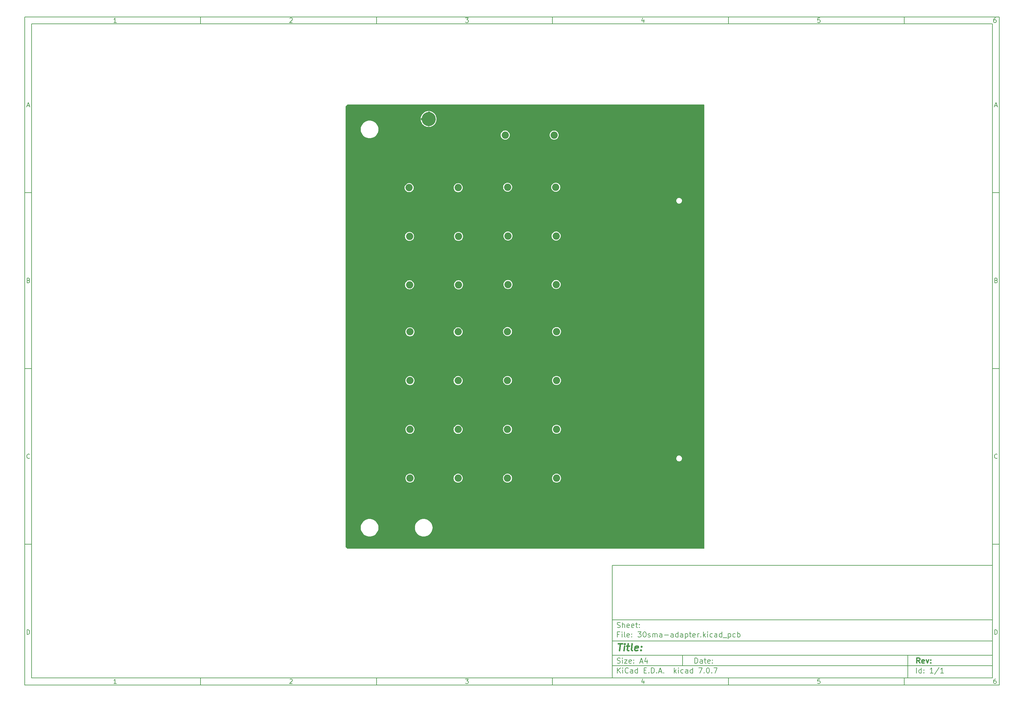
<source format=gbr>
%TF.GenerationSoftware,KiCad,Pcbnew,7.0.7*%
%TF.CreationDate,2023-09-22T00:52:09+02:00*%
%TF.ProjectId,30sma-adapter,3330736d-612d-4616-9461-707465722e6b,rev?*%
%TF.SameCoordinates,Original*%
%TF.FileFunction,Copper,L1,Top*%
%TF.FilePolarity,Positive*%
%FSLAX46Y46*%
G04 Gerber Fmt 4.6, Leading zero omitted, Abs format (unit mm)*
G04 Created by KiCad (PCBNEW 7.0.7) date 2023-09-22 00:52:09*
%MOMM*%
%LPD*%
G01*
G04 APERTURE LIST*
%ADD10C,0.100000*%
%ADD11C,0.150000*%
%ADD12C,0.300000*%
%ADD13C,0.400000*%
%TA.AperFunction,SMDPad,CuDef*%
%ADD14C,4.000000*%
%TD*%
%TA.AperFunction,ComponentPad*%
%ADD15C,2.050000*%
%TD*%
%TA.AperFunction,ComponentPad*%
%ADD16C,2.250000*%
%TD*%
%TA.AperFunction,ViaPad*%
%ADD17C,0.800000*%
%TD*%
%TA.AperFunction,ViaPad*%
%ADD18C,0.464820*%
%TD*%
G04 APERTURE END LIST*
D10*
D11*
X177002200Y-166007200D02*
X285002200Y-166007200D01*
X285002200Y-198007200D01*
X177002200Y-198007200D01*
X177002200Y-166007200D01*
D10*
D11*
X10000000Y-10000000D02*
X287002200Y-10000000D01*
X287002200Y-200007200D01*
X10000000Y-200007200D01*
X10000000Y-10000000D01*
D10*
D11*
X12000000Y-12000000D02*
X285002200Y-12000000D01*
X285002200Y-198007200D01*
X12000000Y-198007200D01*
X12000000Y-12000000D01*
D10*
D11*
X60000000Y-12000000D02*
X60000000Y-10000000D01*
D10*
D11*
X110000000Y-12000000D02*
X110000000Y-10000000D01*
D10*
D11*
X160000000Y-12000000D02*
X160000000Y-10000000D01*
D10*
D11*
X210000000Y-12000000D02*
X210000000Y-10000000D01*
D10*
D11*
X260000000Y-12000000D02*
X260000000Y-10000000D01*
D10*
D11*
X36089160Y-11593604D02*
X35346303Y-11593604D01*
X35717731Y-11593604D02*
X35717731Y-10293604D01*
X35717731Y-10293604D02*
X35593922Y-10479319D01*
X35593922Y-10479319D02*
X35470112Y-10603128D01*
X35470112Y-10603128D02*
X35346303Y-10665033D01*
D10*
D11*
X85346303Y-10417414D02*
X85408207Y-10355509D01*
X85408207Y-10355509D02*
X85532017Y-10293604D01*
X85532017Y-10293604D02*
X85841541Y-10293604D01*
X85841541Y-10293604D02*
X85965350Y-10355509D01*
X85965350Y-10355509D02*
X86027255Y-10417414D01*
X86027255Y-10417414D02*
X86089160Y-10541223D01*
X86089160Y-10541223D02*
X86089160Y-10665033D01*
X86089160Y-10665033D02*
X86027255Y-10850747D01*
X86027255Y-10850747D02*
X85284398Y-11593604D01*
X85284398Y-11593604D02*
X86089160Y-11593604D01*
D10*
D11*
X135284398Y-10293604D02*
X136089160Y-10293604D01*
X136089160Y-10293604D02*
X135655826Y-10788842D01*
X135655826Y-10788842D02*
X135841541Y-10788842D01*
X135841541Y-10788842D02*
X135965350Y-10850747D01*
X135965350Y-10850747D02*
X136027255Y-10912652D01*
X136027255Y-10912652D02*
X136089160Y-11036461D01*
X136089160Y-11036461D02*
X136089160Y-11345985D01*
X136089160Y-11345985D02*
X136027255Y-11469795D01*
X136027255Y-11469795D02*
X135965350Y-11531700D01*
X135965350Y-11531700D02*
X135841541Y-11593604D01*
X135841541Y-11593604D02*
X135470112Y-11593604D01*
X135470112Y-11593604D02*
X135346303Y-11531700D01*
X135346303Y-11531700D02*
X135284398Y-11469795D01*
D10*
D11*
X185965350Y-10726938D02*
X185965350Y-11593604D01*
X185655826Y-10231700D02*
X185346303Y-11160271D01*
X185346303Y-11160271D02*
X186151064Y-11160271D01*
D10*
D11*
X236027255Y-10293604D02*
X235408207Y-10293604D01*
X235408207Y-10293604D02*
X235346303Y-10912652D01*
X235346303Y-10912652D02*
X235408207Y-10850747D01*
X235408207Y-10850747D02*
X235532017Y-10788842D01*
X235532017Y-10788842D02*
X235841541Y-10788842D01*
X235841541Y-10788842D02*
X235965350Y-10850747D01*
X235965350Y-10850747D02*
X236027255Y-10912652D01*
X236027255Y-10912652D02*
X236089160Y-11036461D01*
X236089160Y-11036461D02*
X236089160Y-11345985D01*
X236089160Y-11345985D02*
X236027255Y-11469795D01*
X236027255Y-11469795D02*
X235965350Y-11531700D01*
X235965350Y-11531700D02*
X235841541Y-11593604D01*
X235841541Y-11593604D02*
X235532017Y-11593604D01*
X235532017Y-11593604D02*
X235408207Y-11531700D01*
X235408207Y-11531700D02*
X235346303Y-11469795D01*
D10*
D11*
X285965350Y-10293604D02*
X285717731Y-10293604D01*
X285717731Y-10293604D02*
X285593922Y-10355509D01*
X285593922Y-10355509D02*
X285532017Y-10417414D01*
X285532017Y-10417414D02*
X285408207Y-10603128D01*
X285408207Y-10603128D02*
X285346303Y-10850747D01*
X285346303Y-10850747D02*
X285346303Y-11345985D01*
X285346303Y-11345985D02*
X285408207Y-11469795D01*
X285408207Y-11469795D02*
X285470112Y-11531700D01*
X285470112Y-11531700D02*
X285593922Y-11593604D01*
X285593922Y-11593604D02*
X285841541Y-11593604D01*
X285841541Y-11593604D02*
X285965350Y-11531700D01*
X285965350Y-11531700D02*
X286027255Y-11469795D01*
X286027255Y-11469795D02*
X286089160Y-11345985D01*
X286089160Y-11345985D02*
X286089160Y-11036461D01*
X286089160Y-11036461D02*
X286027255Y-10912652D01*
X286027255Y-10912652D02*
X285965350Y-10850747D01*
X285965350Y-10850747D02*
X285841541Y-10788842D01*
X285841541Y-10788842D02*
X285593922Y-10788842D01*
X285593922Y-10788842D02*
X285470112Y-10850747D01*
X285470112Y-10850747D02*
X285408207Y-10912652D01*
X285408207Y-10912652D02*
X285346303Y-11036461D01*
D10*
D11*
X60000000Y-198007200D02*
X60000000Y-200007200D01*
D10*
D11*
X110000000Y-198007200D02*
X110000000Y-200007200D01*
D10*
D11*
X160000000Y-198007200D02*
X160000000Y-200007200D01*
D10*
D11*
X210000000Y-198007200D02*
X210000000Y-200007200D01*
D10*
D11*
X260000000Y-198007200D02*
X260000000Y-200007200D01*
D10*
D11*
X36089160Y-199600804D02*
X35346303Y-199600804D01*
X35717731Y-199600804D02*
X35717731Y-198300804D01*
X35717731Y-198300804D02*
X35593922Y-198486519D01*
X35593922Y-198486519D02*
X35470112Y-198610328D01*
X35470112Y-198610328D02*
X35346303Y-198672233D01*
D10*
D11*
X85346303Y-198424614D02*
X85408207Y-198362709D01*
X85408207Y-198362709D02*
X85532017Y-198300804D01*
X85532017Y-198300804D02*
X85841541Y-198300804D01*
X85841541Y-198300804D02*
X85965350Y-198362709D01*
X85965350Y-198362709D02*
X86027255Y-198424614D01*
X86027255Y-198424614D02*
X86089160Y-198548423D01*
X86089160Y-198548423D02*
X86089160Y-198672233D01*
X86089160Y-198672233D02*
X86027255Y-198857947D01*
X86027255Y-198857947D02*
X85284398Y-199600804D01*
X85284398Y-199600804D02*
X86089160Y-199600804D01*
D10*
D11*
X135284398Y-198300804D02*
X136089160Y-198300804D01*
X136089160Y-198300804D02*
X135655826Y-198796042D01*
X135655826Y-198796042D02*
X135841541Y-198796042D01*
X135841541Y-198796042D02*
X135965350Y-198857947D01*
X135965350Y-198857947D02*
X136027255Y-198919852D01*
X136027255Y-198919852D02*
X136089160Y-199043661D01*
X136089160Y-199043661D02*
X136089160Y-199353185D01*
X136089160Y-199353185D02*
X136027255Y-199476995D01*
X136027255Y-199476995D02*
X135965350Y-199538900D01*
X135965350Y-199538900D02*
X135841541Y-199600804D01*
X135841541Y-199600804D02*
X135470112Y-199600804D01*
X135470112Y-199600804D02*
X135346303Y-199538900D01*
X135346303Y-199538900D02*
X135284398Y-199476995D01*
D10*
D11*
X185965350Y-198734138D02*
X185965350Y-199600804D01*
X185655826Y-198238900D02*
X185346303Y-199167471D01*
X185346303Y-199167471D02*
X186151064Y-199167471D01*
D10*
D11*
X236027255Y-198300804D02*
X235408207Y-198300804D01*
X235408207Y-198300804D02*
X235346303Y-198919852D01*
X235346303Y-198919852D02*
X235408207Y-198857947D01*
X235408207Y-198857947D02*
X235532017Y-198796042D01*
X235532017Y-198796042D02*
X235841541Y-198796042D01*
X235841541Y-198796042D02*
X235965350Y-198857947D01*
X235965350Y-198857947D02*
X236027255Y-198919852D01*
X236027255Y-198919852D02*
X236089160Y-199043661D01*
X236089160Y-199043661D02*
X236089160Y-199353185D01*
X236089160Y-199353185D02*
X236027255Y-199476995D01*
X236027255Y-199476995D02*
X235965350Y-199538900D01*
X235965350Y-199538900D02*
X235841541Y-199600804D01*
X235841541Y-199600804D02*
X235532017Y-199600804D01*
X235532017Y-199600804D02*
X235408207Y-199538900D01*
X235408207Y-199538900D02*
X235346303Y-199476995D01*
D10*
D11*
X285965350Y-198300804D02*
X285717731Y-198300804D01*
X285717731Y-198300804D02*
X285593922Y-198362709D01*
X285593922Y-198362709D02*
X285532017Y-198424614D01*
X285532017Y-198424614D02*
X285408207Y-198610328D01*
X285408207Y-198610328D02*
X285346303Y-198857947D01*
X285346303Y-198857947D02*
X285346303Y-199353185D01*
X285346303Y-199353185D02*
X285408207Y-199476995D01*
X285408207Y-199476995D02*
X285470112Y-199538900D01*
X285470112Y-199538900D02*
X285593922Y-199600804D01*
X285593922Y-199600804D02*
X285841541Y-199600804D01*
X285841541Y-199600804D02*
X285965350Y-199538900D01*
X285965350Y-199538900D02*
X286027255Y-199476995D01*
X286027255Y-199476995D02*
X286089160Y-199353185D01*
X286089160Y-199353185D02*
X286089160Y-199043661D01*
X286089160Y-199043661D02*
X286027255Y-198919852D01*
X286027255Y-198919852D02*
X285965350Y-198857947D01*
X285965350Y-198857947D02*
X285841541Y-198796042D01*
X285841541Y-198796042D02*
X285593922Y-198796042D01*
X285593922Y-198796042D02*
X285470112Y-198857947D01*
X285470112Y-198857947D02*
X285408207Y-198919852D01*
X285408207Y-198919852D02*
X285346303Y-199043661D01*
D10*
D11*
X10000000Y-60000000D02*
X12000000Y-60000000D01*
D10*
D11*
X10000000Y-110000000D02*
X12000000Y-110000000D01*
D10*
D11*
X10000000Y-160000000D02*
X12000000Y-160000000D01*
D10*
D11*
X10690476Y-35222176D02*
X11309523Y-35222176D01*
X10566666Y-35593604D02*
X10999999Y-34293604D01*
X10999999Y-34293604D02*
X11433333Y-35593604D01*
D10*
D11*
X11092857Y-84912652D02*
X11278571Y-84974557D01*
X11278571Y-84974557D02*
X11340476Y-85036461D01*
X11340476Y-85036461D02*
X11402380Y-85160271D01*
X11402380Y-85160271D02*
X11402380Y-85345985D01*
X11402380Y-85345985D02*
X11340476Y-85469795D01*
X11340476Y-85469795D02*
X11278571Y-85531700D01*
X11278571Y-85531700D02*
X11154761Y-85593604D01*
X11154761Y-85593604D02*
X10659523Y-85593604D01*
X10659523Y-85593604D02*
X10659523Y-84293604D01*
X10659523Y-84293604D02*
X11092857Y-84293604D01*
X11092857Y-84293604D02*
X11216666Y-84355509D01*
X11216666Y-84355509D02*
X11278571Y-84417414D01*
X11278571Y-84417414D02*
X11340476Y-84541223D01*
X11340476Y-84541223D02*
X11340476Y-84665033D01*
X11340476Y-84665033D02*
X11278571Y-84788842D01*
X11278571Y-84788842D02*
X11216666Y-84850747D01*
X11216666Y-84850747D02*
X11092857Y-84912652D01*
X11092857Y-84912652D02*
X10659523Y-84912652D01*
D10*
D11*
X11402380Y-135469795D02*
X11340476Y-135531700D01*
X11340476Y-135531700D02*
X11154761Y-135593604D01*
X11154761Y-135593604D02*
X11030952Y-135593604D01*
X11030952Y-135593604D02*
X10845238Y-135531700D01*
X10845238Y-135531700D02*
X10721428Y-135407890D01*
X10721428Y-135407890D02*
X10659523Y-135284080D01*
X10659523Y-135284080D02*
X10597619Y-135036461D01*
X10597619Y-135036461D02*
X10597619Y-134850747D01*
X10597619Y-134850747D02*
X10659523Y-134603128D01*
X10659523Y-134603128D02*
X10721428Y-134479319D01*
X10721428Y-134479319D02*
X10845238Y-134355509D01*
X10845238Y-134355509D02*
X11030952Y-134293604D01*
X11030952Y-134293604D02*
X11154761Y-134293604D01*
X11154761Y-134293604D02*
X11340476Y-134355509D01*
X11340476Y-134355509D02*
X11402380Y-134417414D01*
D10*
D11*
X10659523Y-185593604D02*
X10659523Y-184293604D01*
X10659523Y-184293604D02*
X10969047Y-184293604D01*
X10969047Y-184293604D02*
X11154761Y-184355509D01*
X11154761Y-184355509D02*
X11278571Y-184479319D01*
X11278571Y-184479319D02*
X11340476Y-184603128D01*
X11340476Y-184603128D02*
X11402380Y-184850747D01*
X11402380Y-184850747D02*
X11402380Y-185036461D01*
X11402380Y-185036461D02*
X11340476Y-185284080D01*
X11340476Y-185284080D02*
X11278571Y-185407890D01*
X11278571Y-185407890D02*
X11154761Y-185531700D01*
X11154761Y-185531700D02*
X10969047Y-185593604D01*
X10969047Y-185593604D02*
X10659523Y-185593604D01*
D10*
D11*
X287002200Y-60000000D02*
X285002200Y-60000000D01*
D10*
D11*
X287002200Y-110000000D02*
X285002200Y-110000000D01*
D10*
D11*
X287002200Y-160000000D02*
X285002200Y-160000000D01*
D10*
D11*
X285692676Y-35222176D02*
X286311723Y-35222176D01*
X285568866Y-35593604D02*
X286002199Y-34293604D01*
X286002199Y-34293604D02*
X286435533Y-35593604D01*
D10*
D11*
X286095057Y-84912652D02*
X286280771Y-84974557D01*
X286280771Y-84974557D02*
X286342676Y-85036461D01*
X286342676Y-85036461D02*
X286404580Y-85160271D01*
X286404580Y-85160271D02*
X286404580Y-85345985D01*
X286404580Y-85345985D02*
X286342676Y-85469795D01*
X286342676Y-85469795D02*
X286280771Y-85531700D01*
X286280771Y-85531700D02*
X286156961Y-85593604D01*
X286156961Y-85593604D02*
X285661723Y-85593604D01*
X285661723Y-85593604D02*
X285661723Y-84293604D01*
X285661723Y-84293604D02*
X286095057Y-84293604D01*
X286095057Y-84293604D02*
X286218866Y-84355509D01*
X286218866Y-84355509D02*
X286280771Y-84417414D01*
X286280771Y-84417414D02*
X286342676Y-84541223D01*
X286342676Y-84541223D02*
X286342676Y-84665033D01*
X286342676Y-84665033D02*
X286280771Y-84788842D01*
X286280771Y-84788842D02*
X286218866Y-84850747D01*
X286218866Y-84850747D02*
X286095057Y-84912652D01*
X286095057Y-84912652D02*
X285661723Y-84912652D01*
D10*
D11*
X286404580Y-135469795D02*
X286342676Y-135531700D01*
X286342676Y-135531700D02*
X286156961Y-135593604D01*
X286156961Y-135593604D02*
X286033152Y-135593604D01*
X286033152Y-135593604D02*
X285847438Y-135531700D01*
X285847438Y-135531700D02*
X285723628Y-135407890D01*
X285723628Y-135407890D02*
X285661723Y-135284080D01*
X285661723Y-135284080D02*
X285599819Y-135036461D01*
X285599819Y-135036461D02*
X285599819Y-134850747D01*
X285599819Y-134850747D02*
X285661723Y-134603128D01*
X285661723Y-134603128D02*
X285723628Y-134479319D01*
X285723628Y-134479319D02*
X285847438Y-134355509D01*
X285847438Y-134355509D02*
X286033152Y-134293604D01*
X286033152Y-134293604D02*
X286156961Y-134293604D01*
X286156961Y-134293604D02*
X286342676Y-134355509D01*
X286342676Y-134355509D02*
X286404580Y-134417414D01*
D10*
D11*
X285661723Y-185593604D02*
X285661723Y-184293604D01*
X285661723Y-184293604D02*
X285971247Y-184293604D01*
X285971247Y-184293604D02*
X286156961Y-184355509D01*
X286156961Y-184355509D02*
X286280771Y-184479319D01*
X286280771Y-184479319D02*
X286342676Y-184603128D01*
X286342676Y-184603128D02*
X286404580Y-184850747D01*
X286404580Y-184850747D02*
X286404580Y-185036461D01*
X286404580Y-185036461D02*
X286342676Y-185284080D01*
X286342676Y-185284080D02*
X286280771Y-185407890D01*
X286280771Y-185407890D02*
X286156961Y-185531700D01*
X286156961Y-185531700D02*
X285971247Y-185593604D01*
X285971247Y-185593604D02*
X285661723Y-185593604D01*
D10*
D11*
X200458026Y-193793328D02*
X200458026Y-192293328D01*
X200458026Y-192293328D02*
X200815169Y-192293328D01*
X200815169Y-192293328D02*
X201029455Y-192364757D01*
X201029455Y-192364757D02*
X201172312Y-192507614D01*
X201172312Y-192507614D02*
X201243741Y-192650471D01*
X201243741Y-192650471D02*
X201315169Y-192936185D01*
X201315169Y-192936185D02*
X201315169Y-193150471D01*
X201315169Y-193150471D02*
X201243741Y-193436185D01*
X201243741Y-193436185D02*
X201172312Y-193579042D01*
X201172312Y-193579042D02*
X201029455Y-193721900D01*
X201029455Y-193721900D02*
X200815169Y-193793328D01*
X200815169Y-193793328D02*
X200458026Y-193793328D01*
X202600884Y-193793328D02*
X202600884Y-193007614D01*
X202600884Y-193007614D02*
X202529455Y-192864757D01*
X202529455Y-192864757D02*
X202386598Y-192793328D01*
X202386598Y-192793328D02*
X202100884Y-192793328D01*
X202100884Y-192793328D02*
X201958026Y-192864757D01*
X202600884Y-193721900D02*
X202458026Y-193793328D01*
X202458026Y-193793328D02*
X202100884Y-193793328D01*
X202100884Y-193793328D02*
X201958026Y-193721900D01*
X201958026Y-193721900D02*
X201886598Y-193579042D01*
X201886598Y-193579042D02*
X201886598Y-193436185D01*
X201886598Y-193436185D02*
X201958026Y-193293328D01*
X201958026Y-193293328D02*
X202100884Y-193221900D01*
X202100884Y-193221900D02*
X202458026Y-193221900D01*
X202458026Y-193221900D02*
X202600884Y-193150471D01*
X203100884Y-192793328D02*
X203672312Y-192793328D01*
X203315169Y-192293328D02*
X203315169Y-193579042D01*
X203315169Y-193579042D02*
X203386598Y-193721900D01*
X203386598Y-193721900D02*
X203529455Y-193793328D01*
X203529455Y-193793328D02*
X203672312Y-193793328D01*
X204743741Y-193721900D02*
X204600884Y-193793328D01*
X204600884Y-193793328D02*
X204315170Y-193793328D01*
X204315170Y-193793328D02*
X204172312Y-193721900D01*
X204172312Y-193721900D02*
X204100884Y-193579042D01*
X204100884Y-193579042D02*
X204100884Y-193007614D01*
X204100884Y-193007614D02*
X204172312Y-192864757D01*
X204172312Y-192864757D02*
X204315170Y-192793328D01*
X204315170Y-192793328D02*
X204600884Y-192793328D01*
X204600884Y-192793328D02*
X204743741Y-192864757D01*
X204743741Y-192864757D02*
X204815170Y-193007614D01*
X204815170Y-193007614D02*
X204815170Y-193150471D01*
X204815170Y-193150471D02*
X204100884Y-193293328D01*
X205458026Y-193650471D02*
X205529455Y-193721900D01*
X205529455Y-193721900D02*
X205458026Y-193793328D01*
X205458026Y-193793328D02*
X205386598Y-193721900D01*
X205386598Y-193721900D02*
X205458026Y-193650471D01*
X205458026Y-193650471D02*
X205458026Y-193793328D01*
X205458026Y-192864757D02*
X205529455Y-192936185D01*
X205529455Y-192936185D02*
X205458026Y-193007614D01*
X205458026Y-193007614D02*
X205386598Y-192936185D01*
X205386598Y-192936185D02*
X205458026Y-192864757D01*
X205458026Y-192864757D02*
X205458026Y-193007614D01*
D10*
D11*
X177002200Y-194507200D02*
X285002200Y-194507200D01*
D10*
D11*
X178458026Y-196593328D02*
X178458026Y-195093328D01*
X179315169Y-196593328D02*
X178672312Y-195736185D01*
X179315169Y-195093328D02*
X178458026Y-195950471D01*
X179958026Y-196593328D02*
X179958026Y-195593328D01*
X179958026Y-195093328D02*
X179886598Y-195164757D01*
X179886598Y-195164757D02*
X179958026Y-195236185D01*
X179958026Y-195236185D02*
X180029455Y-195164757D01*
X180029455Y-195164757D02*
X179958026Y-195093328D01*
X179958026Y-195093328D02*
X179958026Y-195236185D01*
X181529455Y-196450471D02*
X181458027Y-196521900D01*
X181458027Y-196521900D02*
X181243741Y-196593328D01*
X181243741Y-196593328D02*
X181100884Y-196593328D01*
X181100884Y-196593328D02*
X180886598Y-196521900D01*
X180886598Y-196521900D02*
X180743741Y-196379042D01*
X180743741Y-196379042D02*
X180672312Y-196236185D01*
X180672312Y-196236185D02*
X180600884Y-195950471D01*
X180600884Y-195950471D02*
X180600884Y-195736185D01*
X180600884Y-195736185D02*
X180672312Y-195450471D01*
X180672312Y-195450471D02*
X180743741Y-195307614D01*
X180743741Y-195307614D02*
X180886598Y-195164757D01*
X180886598Y-195164757D02*
X181100884Y-195093328D01*
X181100884Y-195093328D02*
X181243741Y-195093328D01*
X181243741Y-195093328D02*
X181458027Y-195164757D01*
X181458027Y-195164757D02*
X181529455Y-195236185D01*
X182815170Y-196593328D02*
X182815170Y-195807614D01*
X182815170Y-195807614D02*
X182743741Y-195664757D01*
X182743741Y-195664757D02*
X182600884Y-195593328D01*
X182600884Y-195593328D02*
X182315170Y-195593328D01*
X182315170Y-195593328D02*
X182172312Y-195664757D01*
X182815170Y-196521900D02*
X182672312Y-196593328D01*
X182672312Y-196593328D02*
X182315170Y-196593328D01*
X182315170Y-196593328D02*
X182172312Y-196521900D01*
X182172312Y-196521900D02*
X182100884Y-196379042D01*
X182100884Y-196379042D02*
X182100884Y-196236185D01*
X182100884Y-196236185D02*
X182172312Y-196093328D01*
X182172312Y-196093328D02*
X182315170Y-196021900D01*
X182315170Y-196021900D02*
X182672312Y-196021900D01*
X182672312Y-196021900D02*
X182815170Y-195950471D01*
X184172313Y-196593328D02*
X184172313Y-195093328D01*
X184172313Y-196521900D02*
X184029455Y-196593328D01*
X184029455Y-196593328D02*
X183743741Y-196593328D01*
X183743741Y-196593328D02*
X183600884Y-196521900D01*
X183600884Y-196521900D02*
X183529455Y-196450471D01*
X183529455Y-196450471D02*
X183458027Y-196307614D01*
X183458027Y-196307614D02*
X183458027Y-195879042D01*
X183458027Y-195879042D02*
X183529455Y-195736185D01*
X183529455Y-195736185D02*
X183600884Y-195664757D01*
X183600884Y-195664757D02*
X183743741Y-195593328D01*
X183743741Y-195593328D02*
X184029455Y-195593328D01*
X184029455Y-195593328D02*
X184172313Y-195664757D01*
X186029455Y-195807614D02*
X186529455Y-195807614D01*
X186743741Y-196593328D02*
X186029455Y-196593328D01*
X186029455Y-196593328D02*
X186029455Y-195093328D01*
X186029455Y-195093328D02*
X186743741Y-195093328D01*
X187386598Y-196450471D02*
X187458027Y-196521900D01*
X187458027Y-196521900D02*
X187386598Y-196593328D01*
X187386598Y-196593328D02*
X187315170Y-196521900D01*
X187315170Y-196521900D02*
X187386598Y-196450471D01*
X187386598Y-196450471D02*
X187386598Y-196593328D01*
X188100884Y-196593328D02*
X188100884Y-195093328D01*
X188100884Y-195093328D02*
X188458027Y-195093328D01*
X188458027Y-195093328D02*
X188672313Y-195164757D01*
X188672313Y-195164757D02*
X188815170Y-195307614D01*
X188815170Y-195307614D02*
X188886599Y-195450471D01*
X188886599Y-195450471D02*
X188958027Y-195736185D01*
X188958027Y-195736185D02*
X188958027Y-195950471D01*
X188958027Y-195950471D02*
X188886599Y-196236185D01*
X188886599Y-196236185D02*
X188815170Y-196379042D01*
X188815170Y-196379042D02*
X188672313Y-196521900D01*
X188672313Y-196521900D02*
X188458027Y-196593328D01*
X188458027Y-196593328D02*
X188100884Y-196593328D01*
X189600884Y-196450471D02*
X189672313Y-196521900D01*
X189672313Y-196521900D02*
X189600884Y-196593328D01*
X189600884Y-196593328D02*
X189529456Y-196521900D01*
X189529456Y-196521900D02*
X189600884Y-196450471D01*
X189600884Y-196450471D02*
X189600884Y-196593328D01*
X190243742Y-196164757D02*
X190958028Y-196164757D01*
X190100885Y-196593328D02*
X190600885Y-195093328D01*
X190600885Y-195093328D02*
X191100885Y-196593328D01*
X191600884Y-196450471D02*
X191672313Y-196521900D01*
X191672313Y-196521900D02*
X191600884Y-196593328D01*
X191600884Y-196593328D02*
X191529456Y-196521900D01*
X191529456Y-196521900D02*
X191600884Y-196450471D01*
X191600884Y-196450471D02*
X191600884Y-196593328D01*
X194600884Y-196593328D02*
X194600884Y-195093328D01*
X194743742Y-196021900D02*
X195172313Y-196593328D01*
X195172313Y-195593328D02*
X194600884Y-196164757D01*
X195815170Y-196593328D02*
X195815170Y-195593328D01*
X195815170Y-195093328D02*
X195743742Y-195164757D01*
X195743742Y-195164757D02*
X195815170Y-195236185D01*
X195815170Y-195236185D02*
X195886599Y-195164757D01*
X195886599Y-195164757D02*
X195815170Y-195093328D01*
X195815170Y-195093328D02*
X195815170Y-195236185D01*
X197172314Y-196521900D02*
X197029456Y-196593328D01*
X197029456Y-196593328D02*
X196743742Y-196593328D01*
X196743742Y-196593328D02*
X196600885Y-196521900D01*
X196600885Y-196521900D02*
X196529456Y-196450471D01*
X196529456Y-196450471D02*
X196458028Y-196307614D01*
X196458028Y-196307614D02*
X196458028Y-195879042D01*
X196458028Y-195879042D02*
X196529456Y-195736185D01*
X196529456Y-195736185D02*
X196600885Y-195664757D01*
X196600885Y-195664757D02*
X196743742Y-195593328D01*
X196743742Y-195593328D02*
X197029456Y-195593328D01*
X197029456Y-195593328D02*
X197172314Y-195664757D01*
X198458028Y-196593328D02*
X198458028Y-195807614D01*
X198458028Y-195807614D02*
X198386599Y-195664757D01*
X198386599Y-195664757D02*
X198243742Y-195593328D01*
X198243742Y-195593328D02*
X197958028Y-195593328D01*
X197958028Y-195593328D02*
X197815170Y-195664757D01*
X198458028Y-196521900D02*
X198315170Y-196593328D01*
X198315170Y-196593328D02*
X197958028Y-196593328D01*
X197958028Y-196593328D02*
X197815170Y-196521900D01*
X197815170Y-196521900D02*
X197743742Y-196379042D01*
X197743742Y-196379042D02*
X197743742Y-196236185D01*
X197743742Y-196236185D02*
X197815170Y-196093328D01*
X197815170Y-196093328D02*
X197958028Y-196021900D01*
X197958028Y-196021900D02*
X198315170Y-196021900D01*
X198315170Y-196021900D02*
X198458028Y-195950471D01*
X199815171Y-196593328D02*
X199815171Y-195093328D01*
X199815171Y-196521900D02*
X199672313Y-196593328D01*
X199672313Y-196593328D02*
X199386599Y-196593328D01*
X199386599Y-196593328D02*
X199243742Y-196521900D01*
X199243742Y-196521900D02*
X199172313Y-196450471D01*
X199172313Y-196450471D02*
X199100885Y-196307614D01*
X199100885Y-196307614D02*
X199100885Y-195879042D01*
X199100885Y-195879042D02*
X199172313Y-195736185D01*
X199172313Y-195736185D02*
X199243742Y-195664757D01*
X199243742Y-195664757D02*
X199386599Y-195593328D01*
X199386599Y-195593328D02*
X199672313Y-195593328D01*
X199672313Y-195593328D02*
X199815171Y-195664757D01*
X201529456Y-195093328D02*
X202529456Y-195093328D01*
X202529456Y-195093328D02*
X201886599Y-196593328D01*
X203100884Y-196450471D02*
X203172313Y-196521900D01*
X203172313Y-196521900D02*
X203100884Y-196593328D01*
X203100884Y-196593328D02*
X203029456Y-196521900D01*
X203029456Y-196521900D02*
X203100884Y-196450471D01*
X203100884Y-196450471D02*
X203100884Y-196593328D01*
X204100885Y-195093328D02*
X204243742Y-195093328D01*
X204243742Y-195093328D02*
X204386599Y-195164757D01*
X204386599Y-195164757D02*
X204458028Y-195236185D01*
X204458028Y-195236185D02*
X204529456Y-195379042D01*
X204529456Y-195379042D02*
X204600885Y-195664757D01*
X204600885Y-195664757D02*
X204600885Y-196021900D01*
X204600885Y-196021900D02*
X204529456Y-196307614D01*
X204529456Y-196307614D02*
X204458028Y-196450471D01*
X204458028Y-196450471D02*
X204386599Y-196521900D01*
X204386599Y-196521900D02*
X204243742Y-196593328D01*
X204243742Y-196593328D02*
X204100885Y-196593328D01*
X204100885Y-196593328D02*
X203958028Y-196521900D01*
X203958028Y-196521900D02*
X203886599Y-196450471D01*
X203886599Y-196450471D02*
X203815170Y-196307614D01*
X203815170Y-196307614D02*
X203743742Y-196021900D01*
X203743742Y-196021900D02*
X203743742Y-195664757D01*
X203743742Y-195664757D02*
X203815170Y-195379042D01*
X203815170Y-195379042D02*
X203886599Y-195236185D01*
X203886599Y-195236185D02*
X203958028Y-195164757D01*
X203958028Y-195164757D02*
X204100885Y-195093328D01*
X205243741Y-196450471D02*
X205315170Y-196521900D01*
X205315170Y-196521900D02*
X205243741Y-196593328D01*
X205243741Y-196593328D02*
X205172313Y-196521900D01*
X205172313Y-196521900D02*
X205243741Y-196450471D01*
X205243741Y-196450471D02*
X205243741Y-196593328D01*
X205815170Y-195093328D02*
X206815170Y-195093328D01*
X206815170Y-195093328D02*
X206172313Y-196593328D01*
D10*
D11*
X177002200Y-191507200D02*
X285002200Y-191507200D01*
D10*
D12*
X264413853Y-193785528D02*
X263913853Y-193071242D01*
X263556710Y-193785528D02*
X263556710Y-192285528D01*
X263556710Y-192285528D02*
X264128139Y-192285528D01*
X264128139Y-192285528D02*
X264270996Y-192356957D01*
X264270996Y-192356957D02*
X264342425Y-192428385D01*
X264342425Y-192428385D02*
X264413853Y-192571242D01*
X264413853Y-192571242D02*
X264413853Y-192785528D01*
X264413853Y-192785528D02*
X264342425Y-192928385D01*
X264342425Y-192928385D02*
X264270996Y-192999814D01*
X264270996Y-192999814D02*
X264128139Y-193071242D01*
X264128139Y-193071242D02*
X263556710Y-193071242D01*
X265628139Y-193714100D02*
X265485282Y-193785528D01*
X265485282Y-193785528D02*
X265199568Y-193785528D01*
X265199568Y-193785528D02*
X265056710Y-193714100D01*
X265056710Y-193714100D02*
X264985282Y-193571242D01*
X264985282Y-193571242D02*
X264985282Y-192999814D01*
X264985282Y-192999814D02*
X265056710Y-192856957D01*
X265056710Y-192856957D02*
X265199568Y-192785528D01*
X265199568Y-192785528D02*
X265485282Y-192785528D01*
X265485282Y-192785528D02*
X265628139Y-192856957D01*
X265628139Y-192856957D02*
X265699568Y-192999814D01*
X265699568Y-192999814D02*
X265699568Y-193142671D01*
X265699568Y-193142671D02*
X264985282Y-193285528D01*
X266199567Y-192785528D02*
X266556710Y-193785528D01*
X266556710Y-193785528D02*
X266913853Y-192785528D01*
X267485281Y-193642671D02*
X267556710Y-193714100D01*
X267556710Y-193714100D02*
X267485281Y-193785528D01*
X267485281Y-193785528D02*
X267413853Y-193714100D01*
X267413853Y-193714100D02*
X267485281Y-193642671D01*
X267485281Y-193642671D02*
X267485281Y-193785528D01*
X267485281Y-192856957D02*
X267556710Y-192928385D01*
X267556710Y-192928385D02*
X267485281Y-192999814D01*
X267485281Y-192999814D02*
X267413853Y-192928385D01*
X267413853Y-192928385D02*
X267485281Y-192856957D01*
X267485281Y-192856957D02*
X267485281Y-192999814D01*
D10*
D11*
X178386598Y-193721900D02*
X178600884Y-193793328D01*
X178600884Y-193793328D02*
X178958026Y-193793328D01*
X178958026Y-193793328D02*
X179100884Y-193721900D01*
X179100884Y-193721900D02*
X179172312Y-193650471D01*
X179172312Y-193650471D02*
X179243741Y-193507614D01*
X179243741Y-193507614D02*
X179243741Y-193364757D01*
X179243741Y-193364757D02*
X179172312Y-193221900D01*
X179172312Y-193221900D02*
X179100884Y-193150471D01*
X179100884Y-193150471D02*
X178958026Y-193079042D01*
X178958026Y-193079042D02*
X178672312Y-193007614D01*
X178672312Y-193007614D02*
X178529455Y-192936185D01*
X178529455Y-192936185D02*
X178458026Y-192864757D01*
X178458026Y-192864757D02*
X178386598Y-192721900D01*
X178386598Y-192721900D02*
X178386598Y-192579042D01*
X178386598Y-192579042D02*
X178458026Y-192436185D01*
X178458026Y-192436185D02*
X178529455Y-192364757D01*
X178529455Y-192364757D02*
X178672312Y-192293328D01*
X178672312Y-192293328D02*
X179029455Y-192293328D01*
X179029455Y-192293328D02*
X179243741Y-192364757D01*
X179886597Y-193793328D02*
X179886597Y-192793328D01*
X179886597Y-192293328D02*
X179815169Y-192364757D01*
X179815169Y-192364757D02*
X179886597Y-192436185D01*
X179886597Y-192436185D02*
X179958026Y-192364757D01*
X179958026Y-192364757D02*
X179886597Y-192293328D01*
X179886597Y-192293328D02*
X179886597Y-192436185D01*
X180458026Y-192793328D02*
X181243741Y-192793328D01*
X181243741Y-192793328D02*
X180458026Y-193793328D01*
X180458026Y-193793328D02*
X181243741Y-193793328D01*
X182386598Y-193721900D02*
X182243741Y-193793328D01*
X182243741Y-193793328D02*
X181958027Y-193793328D01*
X181958027Y-193793328D02*
X181815169Y-193721900D01*
X181815169Y-193721900D02*
X181743741Y-193579042D01*
X181743741Y-193579042D02*
X181743741Y-193007614D01*
X181743741Y-193007614D02*
X181815169Y-192864757D01*
X181815169Y-192864757D02*
X181958027Y-192793328D01*
X181958027Y-192793328D02*
X182243741Y-192793328D01*
X182243741Y-192793328D02*
X182386598Y-192864757D01*
X182386598Y-192864757D02*
X182458027Y-193007614D01*
X182458027Y-193007614D02*
X182458027Y-193150471D01*
X182458027Y-193150471D02*
X181743741Y-193293328D01*
X183100883Y-193650471D02*
X183172312Y-193721900D01*
X183172312Y-193721900D02*
X183100883Y-193793328D01*
X183100883Y-193793328D02*
X183029455Y-193721900D01*
X183029455Y-193721900D02*
X183100883Y-193650471D01*
X183100883Y-193650471D02*
X183100883Y-193793328D01*
X183100883Y-192864757D02*
X183172312Y-192936185D01*
X183172312Y-192936185D02*
X183100883Y-193007614D01*
X183100883Y-193007614D02*
X183029455Y-192936185D01*
X183029455Y-192936185D02*
X183100883Y-192864757D01*
X183100883Y-192864757D02*
X183100883Y-193007614D01*
X184886598Y-193364757D02*
X185600884Y-193364757D01*
X184743741Y-193793328D02*
X185243741Y-192293328D01*
X185243741Y-192293328D02*
X185743741Y-193793328D01*
X186886598Y-192793328D02*
X186886598Y-193793328D01*
X186529455Y-192221900D02*
X186172312Y-193293328D01*
X186172312Y-193293328D02*
X187100883Y-193293328D01*
D10*
D11*
X263458026Y-196593328D02*
X263458026Y-195093328D01*
X264815170Y-196593328D02*
X264815170Y-195093328D01*
X264815170Y-196521900D02*
X264672312Y-196593328D01*
X264672312Y-196593328D02*
X264386598Y-196593328D01*
X264386598Y-196593328D02*
X264243741Y-196521900D01*
X264243741Y-196521900D02*
X264172312Y-196450471D01*
X264172312Y-196450471D02*
X264100884Y-196307614D01*
X264100884Y-196307614D02*
X264100884Y-195879042D01*
X264100884Y-195879042D02*
X264172312Y-195736185D01*
X264172312Y-195736185D02*
X264243741Y-195664757D01*
X264243741Y-195664757D02*
X264386598Y-195593328D01*
X264386598Y-195593328D02*
X264672312Y-195593328D01*
X264672312Y-195593328D02*
X264815170Y-195664757D01*
X265529455Y-196450471D02*
X265600884Y-196521900D01*
X265600884Y-196521900D02*
X265529455Y-196593328D01*
X265529455Y-196593328D02*
X265458027Y-196521900D01*
X265458027Y-196521900D02*
X265529455Y-196450471D01*
X265529455Y-196450471D02*
X265529455Y-196593328D01*
X265529455Y-195664757D02*
X265600884Y-195736185D01*
X265600884Y-195736185D02*
X265529455Y-195807614D01*
X265529455Y-195807614D02*
X265458027Y-195736185D01*
X265458027Y-195736185D02*
X265529455Y-195664757D01*
X265529455Y-195664757D02*
X265529455Y-195807614D01*
X268172313Y-196593328D02*
X267315170Y-196593328D01*
X267743741Y-196593328D02*
X267743741Y-195093328D01*
X267743741Y-195093328D02*
X267600884Y-195307614D01*
X267600884Y-195307614D02*
X267458027Y-195450471D01*
X267458027Y-195450471D02*
X267315170Y-195521900D01*
X269886598Y-195021900D02*
X268600884Y-196950471D01*
X271172313Y-196593328D02*
X270315170Y-196593328D01*
X270743741Y-196593328D02*
X270743741Y-195093328D01*
X270743741Y-195093328D02*
X270600884Y-195307614D01*
X270600884Y-195307614D02*
X270458027Y-195450471D01*
X270458027Y-195450471D02*
X270315170Y-195521900D01*
D10*
D11*
X177002200Y-187507200D02*
X285002200Y-187507200D01*
D10*
D13*
X178693928Y-188211638D02*
X179836785Y-188211638D01*
X179015357Y-190211638D02*
X179265357Y-188211638D01*
X180253452Y-190211638D02*
X180420119Y-188878304D01*
X180503452Y-188211638D02*
X180396309Y-188306876D01*
X180396309Y-188306876D02*
X180479643Y-188402114D01*
X180479643Y-188402114D02*
X180586786Y-188306876D01*
X180586786Y-188306876D02*
X180503452Y-188211638D01*
X180503452Y-188211638D02*
X180479643Y-188402114D01*
X181086786Y-188878304D02*
X181848690Y-188878304D01*
X181455833Y-188211638D02*
X181241548Y-189925923D01*
X181241548Y-189925923D02*
X181312976Y-190116400D01*
X181312976Y-190116400D02*
X181491548Y-190211638D01*
X181491548Y-190211638D02*
X181682024Y-190211638D01*
X182634405Y-190211638D02*
X182455833Y-190116400D01*
X182455833Y-190116400D02*
X182384405Y-189925923D01*
X182384405Y-189925923D02*
X182598690Y-188211638D01*
X184170119Y-190116400D02*
X183967738Y-190211638D01*
X183967738Y-190211638D02*
X183586785Y-190211638D01*
X183586785Y-190211638D02*
X183408214Y-190116400D01*
X183408214Y-190116400D02*
X183336785Y-189925923D01*
X183336785Y-189925923D02*
X183432024Y-189164019D01*
X183432024Y-189164019D02*
X183551071Y-188973542D01*
X183551071Y-188973542D02*
X183753452Y-188878304D01*
X183753452Y-188878304D02*
X184134404Y-188878304D01*
X184134404Y-188878304D02*
X184312976Y-188973542D01*
X184312976Y-188973542D02*
X184384404Y-189164019D01*
X184384404Y-189164019D02*
X184360595Y-189354495D01*
X184360595Y-189354495D02*
X183384404Y-189544971D01*
X185134405Y-190021161D02*
X185217738Y-190116400D01*
X185217738Y-190116400D02*
X185110595Y-190211638D01*
X185110595Y-190211638D02*
X185027262Y-190116400D01*
X185027262Y-190116400D02*
X185134405Y-190021161D01*
X185134405Y-190021161D02*
X185110595Y-190211638D01*
X185265357Y-188973542D02*
X185348690Y-189068780D01*
X185348690Y-189068780D02*
X185241548Y-189164019D01*
X185241548Y-189164019D02*
X185158214Y-189068780D01*
X185158214Y-189068780D02*
X185265357Y-188973542D01*
X185265357Y-188973542D02*
X185241548Y-189164019D01*
D10*
D11*
X178958026Y-185607614D02*
X178458026Y-185607614D01*
X178458026Y-186393328D02*
X178458026Y-184893328D01*
X178458026Y-184893328D02*
X179172312Y-184893328D01*
X179743740Y-186393328D02*
X179743740Y-185393328D01*
X179743740Y-184893328D02*
X179672312Y-184964757D01*
X179672312Y-184964757D02*
X179743740Y-185036185D01*
X179743740Y-185036185D02*
X179815169Y-184964757D01*
X179815169Y-184964757D02*
X179743740Y-184893328D01*
X179743740Y-184893328D02*
X179743740Y-185036185D01*
X180672312Y-186393328D02*
X180529455Y-186321900D01*
X180529455Y-186321900D02*
X180458026Y-186179042D01*
X180458026Y-186179042D02*
X180458026Y-184893328D01*
X181815169Y-186321900D02*
X181672312Y-186393328D01*
X181672312Y-186393328D02*
X181386598Y-186393328D01*
X181386598Y-186393328D02*
X181243740Y-186321900D01*
X181243740Y-186321900D02*
X181172312Y-186179042D01*
X181172312Y-186179042D02*
X181172312Y-185607614D01*
X181172312Y-185607614D02*
X181243740Y-185464757D01*
X181243740Y-185464757D02*
X181386598Y-185393328D01*
X181386598Y-185393328D02*
X181672312Y-185393328D01*
X181672312Y-185393328D02*
X181815169Y-185464757D01*
X181815169Y-185464757D02*
X181886598Y-185607614D01*
X181886598Y-185607614D02*
X181886598Y-185750471D01*
X181886598Y-185750471D02*
X181172312Y-185893328D01*
X182529454Y-186250471D02*
X182600883Y-186321900D01*
X182600883Y-186321900D02*
X182529454Y-186393328D01*
X182529454Y-186393328D02*
X182458026Y-186321900D01*
X182458026Y-186321900D02*
X182529454Y-186250471D01*
X182529454Y-186250471D02*
X182529454Y-186393328D01*
X182529454Y-185464757D02*
X182600883Y-185536185D01*
X182600883Y-185536185D02*
X182529454Y-185607614D01*
X182529454Y-185607614D02*
X182458026Y-185536185D01*
X182458026Y-185536185D02*
X182529454Y-185464757D01*
X182529454Y-185464757D02*
X182529454Y-185607614D01*
X184243740Y-184893328D02*
X185172312Y-184893328D01*
X185172312Y-184893328D02*
X184672312Y-185464757D01*
X184672312Y-185464757D02*
X184886597Y-185464757D01*
X184886597Y-185464757D02*
X185029455Y-185536185D01*
X185029455Y-185536185D02*
X185100883Y-185607614D01*
X185100883Y-185607614D02*
X185172312Y-185750471D01*
X185172312Y-185750471D02*
X185172312Y-186107614D01*
X185172312Y-186107614D02*
X185100883Y-186250471D01*
X185100883Y-186250471D02*
X185029455Y-186321900D01*
X185029455Y-186321900D02*
X184886597Y-186393328D01*
X184886597Y-186393328D02*
X184458026Y-186393328D01*
X184458026Y-186393328D02*
X184315169Y-186321900D01*
X184315169Y-186321900D02*
X184243740Y-186250471D01*
X186100883Y-184893328D02*
X186243740Y-184893328D01*
X186243740Y-184893328D02*
X186386597Y-184964757D01*
X186386597Y-184964757D02*
X186458026Y-185036185D01*
X186458026Y-185036185D02*
X186529454Y-185179042D01*
X186529454Y-185179042D02*
X186600883Y-185464757D01*
X186600883Y-185464757D02*
X186600883Y-185821900D01*
X186600883Y-185821900D02*
X186529454Y-186107614D01*
X186529454Y-186107614D02*
X186458026Y-186250471D01*
X186458026Y-186250471D02*
X186386597Y-186321900D01*
X186386597Y-186321900D02*
X186243740Y-186393328D01*
X186243740Y-186393328D02*
X186100883Y-186393328D01*
X186100883Y-186393328D02*
X185958026Y-186321900D01*
X185958026Y-186321900D02*
X185886597Y-186250471D01*
X185886597Y-186250471D02*
X185815168Y-186107614D01*
X185815168Y-186107614D02*
X185743740Y-185821900D01*
X185743740Y-185821900D02*
X185743740Y-185464757D01*
X185743740Y-185464757D02*
X185815168Y-185179042D01*
X185815168Y-185179042D02*
X185886597Y-185036185D01*
X185886597Y-185036185D02*
X185958026Y-184964757D01*
X185958026Y-184964757D02*
X186100883Y-184893328D01*
X187172311Y-186321900D02*
X187315168Y-186393328D01*
X187315168Y-186393328D02*
X187600882Y-186393328D01*
X187600882Y-186393328D02*
X187743739Y-186321900D01*
X187743739Y-186321900D02*
X187815168Y-186179042D01*
X187815168Y-186179042D02*
X187815168Y-186107614D01*
X187815168Y-186107614D02*
X187743739Y-185964757D01*
X187743739Y-185964757D02*
X187600882Y-185893328D01*
X187600882Y-185893328D02*
X187386597Y-185893328D01*
X187386597Y-185893328D02*
X187243739Y-185821900D01*
X187243739Y-185821900D02*
X187172311Y-185679042D01*
X187172311Y-185679042D02*
X187172311Y-185607614D01*
X187172311Y-185607614D02*
X187243739Y-185464757D01*
X187243739Y-185464757D02*
X187386597Y-185393328D01*
X187386597Y-185393328D02*
X187600882Y-185393328D01*
X187600882Y-185393328D02*
X187743739Y-185464757D01*
X188458025Y-186393328D02*
X188458025Y-185393328D01*
X188458025Y-185536185D02*
X188529454Y-185464757D01*
X188529454Y-185464757D02*
X188672311Y-185393328D01*
X188672311Y-185393328D02*
X188886597Y-185393328D01*
X188886597Y-185393328D02*
X189029454Y-185464757D01*
X189029454Y-185464757D02*
X189100883Y-185607614D01*
X189100883Y-185607614D02*
X189100883Y-186393328D01*
X189100883Y-185607614D02*
X189172311Y-185464757D01*
X189172311Y-185464757D02*
X189315168Y-185393328D01*
X189315168Y-185393328D02*
X189529454Y-185393328D01*
X189529454Y-185393328D02*
X189672311Y-185464757D01*
X189672311Y-185464757D02*
X189743740Y-185607614D01*
X189743740Y-185607614D02*
X189743740Y-186393328D01*
X191100883Y-186393328D02*
X191100883Y-185607614D01*
X191100883Y-185607614D02*
X191029454Y-185464757D01*
X191029454Y-185464757D02*
X190886597Y-185393328D01*
X190886597Y-185393328D02*
X190600883Y-185393328D01*
X190600883Y-185393328D02*
X190458025Y-185464757D01*
X191100883Y-186321900D02*
X190958025Y-186393328D01*
X190958025Y-186393328D02*
X190600883Y-186393328D01*
X190600883Y-186393328D02*
X190458025Y-186321900D01*
X190458025Y-186321900D02*
X190386597Y-186179042D01*
X190386597Y-186179042D02*
X190386597Y-186036185D01*
X190386597Y-186036185D02*
X190458025Y-185893328D01*
X190458025Y-185893328D02*
X190600883Y-185821900D01*
X190600883Y-185821900D02*
X190958025Y-185821900D01*
X190958025Y-185821900D02*
X191100883Y-185750471D01*
X191815168Y-185821900D02*
X192958026Y-185821900D01*
X194315169Y-186393328D02*
X194315169Y-185607614D01*
X194315169Y-185607614D02*
X194243740Y-185464757D01*
X194243740Y-185464757D02*
X194100883Y-185393328D01*
X194100883Y-185393328D02*
X193815169Y-185393328D01*
X193815169Y-185393328D02*
X193672311Y-185464757D01*
X194315169Y-186321900D02*
X194172311Y-186393328D01*
X194172311Y-186393328D02*
X193815169Y-186393328D01*
X193815169Y-186393328D02*
X193672311Y-186321900D01*
X193672311Y-186321900D02*
X193600883Y-186179042D01*
X193600883Y-186179042D02*
X193600883Y-186036185D01*
X193600883Y-186036185D02*
X193672311Y-185893328D01*
X193672311Y-185893328D02*
X193815169Y-185821900D01*
X193815169Y-185821900D02*
X194172311Y-185821900D01*
X194172311Y-185821900D02*
X194315169Y-185750471D01*
X195672312Y-186393328D02*
X195672312Y-184893328D01*
X195672312Y-186321900D02*
X195529454Y-186393328D01*
X195529454Y-186393328D02*
X195243740Y-186393328D01*
X195243740Y-186393328D02*
X195100883Y-186321900D01*
X195100883Y-186321900D02*
X195029454Y-186250471D01*
X195029454Y-186250471D02*
X194958026Y-186107614D01*
X194958026Y-186107614D02*
X194958026Y-185679042D01*
X194958026Y-185679042D02*
X195029454Y-185536185D01*
X195029454Y-185536185D02*
X195100883Y-185464757D01*
X195100883Y-185464757D02*
X195243740Y-185393328D01*
X195243740Y-185393328D02*
X195529454Y-185393328D01*
X195529454Y-185393328D02*
X195672312Y-185464757D01*
X197029455Y-186393328D02*
X197029455Y-185607614D01*
X197029455Y-185607614D02*
X196958026Y-185464757D01*
X196958026Y-185464757D02*
X196815169Y-185393328D01*
X196815169Y-185393328D02*
X196529455Y-185393328D01*
X196529455Y-185393328D02*
X196386597Y-185464757D01*
X197029455Y-186321900D02*
X196886597Y-186393328D01*
X196886597Y-186393328D02*
X196529455Y-186393328D01*
X196529455Y-186393328D02*
X196386597Y-186321900D01*
X196386597Y-186321900D02*
X196315169Y-186179042D01*
X196315169Y-186179042D02*
X196315169Y-186036185D01*
X196315169Y-186036185D02*
X196386597Y-185893328D01*
X196386597Y-185893328D02*
X196529455Y-185821900D01*
X196529455Y-185821900D02*
X196886597Y-185821900D01*
X196886597Y-185821900D02*
X197029455Y-185750471D01*
X197743740Y-185393328D02*
X197743740Y-186893328D01*
X197743740Y-185464757D02*
X197886598Y-185393328D01*
X197886598Y-185393328D02*
X198172312Y-185393328D01*
X198172312Y-185393328D02*
X198315169Y-185464757D01*
X198315169Y-185464757D02*
X198386598Y-185536185D01*
X198386598Y-185536185D02*
X198458026Y-185679042D01*
X198458026Y-185679042D02*
X198458026Y-186107614D01*
X198458026Y-186107614D02*
X198386598Y-186250471D01*
X198386598Y-186250471D02*
X198315169Y-186321900D01*
X198315169Y-186321900D02*
X198172312Y-186393328D01*
X198172312Y-186393328D02*
X197886598Y-186393328D01*
X197886598Y-186393328D02*
X197743740Y-186321900D01*
X198886598Y-185393328D02*
X199458026Y-185393328D01*
X199100883Y-184893328D02*
X199100883Y-186179042D01*
X199100883Y-186179042D02*
X199172312Y-186321900D01*
X199172312Y-186321900D02*
X199315169Y-186393328D01*
X199315169Y-186393328D02*
X199458026Y-186393328D01*
X200529455Y-186321900D02*
X200386598Y-186393328D01*
X200386598Y-186393328D02*
X200100884Y-186393328D01*
X200100884Y-186393328D02*
X199958026Y-186321900D01*
X199958026Y-186321900D02*
X199886598Y-186179042D01*
X199886598Y-186179042D02*
X199886598Y-185607614D01*
X199886598Y-185607614D02*
X199958026Y-185464757D01*
X199958026Y-185464757D02*
X200100884Y-185393328D01*
X200100884Y-185393328D02*
X200386598Y-185393328D01*
X200386598Y-185393328D02*
X200529455Y-185464757D01*
X200529455Y-185464757D02*
X200600884Y-185607614D01*
X200600884Y-185607614D02*
X200600884Y-185750471D01*
X200600884Y-185750471D02*
X199886598Y-185893328D01*
X201243740Y-186393328D02*
X201243740Y-185393328D01*
X201243740Y-185679042D02*
X201315169Y-185536185D01*
X201315169Y-185536185D02*
X201386598Y-185464757D01*
X201386598Y-185464757D02*
X201529455Y-185393328D01*
X201529455Y-185393328D02*
X201672312Y-185393328D01*
X202172311Y-186250471D02*
X202243740Y-186321900D01*
X202243740Y-186321900D02*
X202172311Y-186393328D01*
X202172311Y-186393328D02*
X202100883Y-186321900D01*
X202100883Y-186321900D02*
X202172311Y-186250471D01*
X202172311Y-186250471D02*
X202172311Y-186393328D01*
X202886597Y-186393328D02*
X202886597Y-184893328D01*
X203029455Y-185821900D02*
X203458026Y-186393328D01*
X203458026Y-185393328D02*
X202886597Y-185964757D01*
X204100883Y-186393328D02*
X204100883Y-185393328D01*
X204100883Y-184893328D02*
X204029455Y-184964757D01*
X204029455Y-184964757D02*
X204100883Y-185036185D01*
X204100883Y-185036185D02*
X204172312Y-184964757D01*
X204172312Y-184964757D02*
X204100883Y-184893328D01*
X204100883Y-184893328D02*
X204100883Y-185036185D01*
X205458027Y-186321900D02*
X205315169Y-186393328D01*
X205315169Y-186393328D02*
X205029455Y-186393328D01*
X205029455Y-186393328D02*
X204886598Y-186321900D01*
X204886598Y-186321900D02*
X204815169Y-186250471D01*
X204815169Y-186250471D02*
X204743741Y-186107614D01*
X204743741Y-186107614D02*
X204743741Y-185679042D01*
X204743741Y-185679042D02*
X204815169Y-185536185D01*
X204815169Y-185536185D02*
X204886598Y-185464757D01*
X204886598Y-185464757D02*
X205029455Y-185393328D01*
X205029455Y-185393328D02*
X205315169Y-185393328D01*
X205315169Y-185393328D02*
X205458027Y-185464757D01*
X206743741Y-186393328D02*
X206743741Y-185607614D01*
X206743741Y-185607614D02*
X206672312Y-185464757D01*
X206672312Y-185464757D02*
X206529455Y-185393328D01*
X206529455Y-185393328D02*
X206243741Y-185393328D01*
X206243741Y-185393328D02*
X206100883Y-185464757D01*
X206743741Y-186321900D02*
X206600883Y-186393328D01*
X206600883Y-186393328D02*
X206243741Y-186393328D01*
X206243741Y-186393328D02*
X206100883Y-186321900D01*
X206100883Y-186321900D02*
X206029455Y-186179042D01*
X206029455Y-186179042D02*
X206029455Y-186036185D01*
X206029455Y-186036185D02*
X206100883Y-185893328D01*
X206100883Y-185893328D02*
X206243741Y-185821900D01*
X206243741Y-185821900D02*
X206600883Y-185821900D01*
X206600883Y-185821900D02*
X206743741Y-185750471D01*
X208100884Y-186393328D02*
X208100884Y-184893328D01*
X208100884Y-186321900D02*
X207958026Y-186393328D01*
X207958026Y-186393328D02*
X207672312Y-186393328D01*
X207672312Y-186393328D02*
X207529455Y-186321900D01*
X207529455Y-186321900D02*
X207458026Y-186250471D01*
X207458026Y-186250471D02*
X207386598Y-186107614D01*
X207386598Y-186107614D02*
X207386598Y-185679042D01*
X207386598Y-185679042D02*
X207458026Y-185536185D01*
X207458026Y-185536185D02*
X207529455Y-185464757D01*
X207529455Y-185464757D02*
X207672312Y-185393328D01*
X207672312Y-185393328D02*
X207958026Y-185393328D01*
X207958026Y-185393328D02*
X208100884Y-185464757D01*
X208458027Y-186536185D02*
X209600884Y-186536185D01*
X209958026Y-185393328D02*
X209958026Y-186893328D01*
X209958026Y-185464757D02*
X210100884Y-185393328D01*
X210100884Y-185393328D02*
X210386598Y-185393328D01*
X210386598Y-185393328D02*
X210529455Y-185464757D01*
X210529455Y-185464757D02*
X210600884Y-185536185D01*
X210600884Y-185536185D02*
X210672312Y-185679042D01*
X210672312Y-185679042D02*
X210672312Y-186107614D01*
X210672312Y-186107614D02*
X210600884Y-186250471D01*
X210600884Y-186250471D02*
X210529455Y-186321900D01*
X210529455Y-186321900D02*
X210386598Y-186393328D01*
X210386598Y-186393328D02*
X210100884Y-186393328D01*
X210100884Y-186393328D02*
X209958026Y-186321900D01*
X211958027Y-186321900D02*
X211815169Y-186393328D01*
X211815169Y-186393328D02*
X211529455Y-186393328D01*
X211529455Y-186393328D02*
X211386598Y-186321900D01*
X211386598Y-186321900D02*
X211315169Y-186250471D01*
X211315169Y-186250471D02*
X211243741Y-186107614D01*
X211243741Y-186107614D02*
X211243741Y-185679042D01*
X211243741Y-185679042D02*
X211315169Y-185536185D01*
X211315169Y-185536185D02*
X211386598Y-185464757D01*
X211386598Y-185464757D02*
X211529455Y-185393328D01*
X211529455Y-185393328D02*
X211815169Y-185393328D01*
X211815169Y-185393328D02*
X211958027Y-185464757D01*
X212600883Y-186393328D02*
X212600883Y-184893328D01*
X212600883Y-185464757D02*
X212743741Y-185393328D01*
X212743741Y-185393328D02*
X213029455Y-185393328D01*
X213029455Y-185393328D02*
X213172312Y-185464757D01*
X213172312Y-185464757D02*
X213243741Y-185536185D01*
X213243741Y-185536185D02*
X213315169Y-185679042D01*
X213315169Y-185679042D02*
X213315169Y-186107614D01*
X213315169Y-186107614D02*
X213243741Y-186250471D01*
X213243741Y-186250471D02*
X213172312Y-186321900D01*
X213172312Y-186321900D02*
X213029455Y-186393328D01*
X213029455Y-186393328D02*
X212743741Y-186393328D01*
X212743741Y-186393328D02*
X212600883Y-186321900D01*
D10*
D11*
X177002200Y-181507200D02*
X285002200Y-181507200D01*
D10*
D11*
X178386598Y-183621900D02*
X178600884Y-183693328D01*
X178600884Y-183693328D02*
X178958026Y-183693328D01*
X178958026Y-183693328D02*
X179100884Y-183621900D01*
X179100884Y-183621900D02*
X179172312Y-183550471D01*
X179172312Y-183550471D02*
X179243741Y-183407614D01*
X179243741Y-183407614D02*
X179243741Y-183264757D01*
X179243741Y-183264757D02*
X179172312Y-183121900D01*
X179172312Y-183121900D02*
X179100884Y-183050471D01*
X179100884Y-183050471D02*
X178958026Y-182979042D01*
X178958026Y-182979042D02*
X178672312Y-182907614D01*
X178672312Y-182907614D02*
X178529455Y-182836185D01*
X178529455Y-182836185D02*
X178458026Y-182764757D01*
X178458026Y-182764757D02*
X178386598Y-182621900D01*
X178386598Y-182621900D02*
X178386598Y-182479042D01*
X178386598Y-182479042D02*
X178458026Y-182336185D01*
X178458026Y-182336185D02*
X178529455Y-182264757D01*
X178529455Y-182264757D02*
X178672312Y-182193328D01*
X178672312Y-182193328D02*
X179029455Y-182193328D01*
X179029455Y-182193328D02*
X179243741Y-182264757D01*
X179886597Y-183693328D02*
X179886597Y-182193328D01*
X180529455Y-183693328D02*
X180529455Y-182907614D01*
X180529455Y-182907614D02*
X180458026Y-182764757D01*
X180458026Y-182764757D02*
X180315169Y-182693328D01*
X180315169Y-182693328D02*
X180100883Y-182693328D01*
X180100883Y-182693328D02*
X179958026Y-182764757D01*
X179958026Y-182764757D02*
X179886597Y-182836185D01*
X181815169Y-183621900D02*
X181672312Y-183693328D01*
X181672312Y-183693328D02*
X181386598Y-183693328D01*
X181386598Y-183693328D02*
X181243740Y-183621900D01*
X181243740Y-183621900D02*
X181172312Y-183479042D01*
X181172312Y-183479042D02*
X181172312Y-182907614D01*
X181172312Y-182907614D02*
X181243740Y-182764757D01*
X181243740Y-182764757D02*
X181386598Y-182693328D01*
X181386598Y-182693328D02*
X181672312Y-182693328D01*
X181672312Y-182693328D02*
X181815169Y-182764757D01*
X181815169Y-182764757D02*
X181886598Y-182907614D01*
X181886598Y-182907614D02*
X181886598Y-183050471D01*
X181886598Y-183050471D02*
X181172312Y-183193328D01*
X183100883Y-183621900D02*
X182958026Y-183693328D01*
X182958026Y-183693328D02*
X182672312Y-183693328D01*
X182672312Y-183693328D02*
X182529454Y-183621900D01*
X182529454Y-183621900D02*
X182458026Y-183479042D01*
X182458026Y-183479042D02*
X182458026Y-182907614D01*
X182458026Y-182907614D02*
X182529454Y-182764757D01*
X182529454Y-182764757D02*
X182672312Y-182693328D01*
X182672312Y-182693328D02*
X182958026Y-182693328D01*
X182958026Y-182693328D02*
X183100883Y-182764757D01*
X183100883Y-182764757D02*
X183172312Y-182907614D01*
X183172312Y-182907614D02*
X183172312Y-183050471D01*
X183172312Y-183050471D02*
X182458026Y-183193328D01*
X183600883Y-182693328D02*
X184172311Y-182693328D01*
X183815168Y-182193328D02*
X183815168Y-183479042D01*
X183815168Y-183479042D02*
X183886597Y-183621900D01*
X183886597Y-183621900D02*
X184029454Y-183693328D01*
X184029454Y-183693328D02*
X184172311Y-183693328D01*
X184672311Y-183550471D02*
X184743740Y-183621900D01*
X184743740Y-183621900D02*
X184672311Y-183693328D01*
X184672311Y-183693328D02*
X184600883Y-183621900D01*
X184600883Y-183621900D02*
X184672311Y-183550471D01*
X184672311Y-183550471D02*
X184672311Y-183693328D01*
X184672311Y-182764757D02*
X184743740Y-182836185D01*
X184743740Y-182836185D02*
X184672311Y-182907614D01*
X184672311Y-182907614D02*
X184600883Y-182836185D01*
X184600883Y-182836185D02*
X184672311Y-182764757D01*
X184672311Y-182764757D02*
X184672311Y-182907614D01*
D10*
D12*
D10*
D11*
D10*
D11*
D10*
D11*
D10*
D11*
D10*
D11*
X197002200Y-191507200D02*
X197002200Y-194507200D01*
D10*
D11*
X261002200Y-191507200D02*
X261002200Y-198007200D01*
D14*
%TO.P,REF\u002A\u002A,1*%
%TO.N,N/C*%
X140650000Y-153520000D03*
%TD*%
%TO.P,REF\u002A\u002A,1*%
%TO.N,N/C*%
X124800000Y-39040000D03*
%TD*%
D15*
%TO.P,J20,1,In*%
%TO.N,/ai19*%
X133180000Y-113430000D03*
D16*
%TO.P,J20,2,Ext*%
%TO.N,/gnd*%
X135720000Y-115970000D03*
X130640000Y-115970000D03*
X135720000Y-110890000D03*
X130640000Y-110890000D03*
%TD*%
D15*
%TO.P,J9,1,In*%
%TO.N,/ai8*%
X147343332Y-72303928D03*
D16*
%TO.P,J9,2,Ext*%
%TO.N,/gnd*%
X149883332Y-74843928D03*
X144803332Y-74843928D03*
X149883332Y-69763928D03*
X144803332Y-69763928D03*
%TD*%
D15*
%TO.P,J4,1,In*%
%TO.N,/ai3*%
X133200000Y-58570000D03*
D16*
%TO.P,J4,2,Ext*%
%TO.N,/gnd*%
X135740000Y-61110000D03*
X130660000Y-61110000D03*
X135740000Y-56030000D03*
X130660000Y-56030000D03*
%TD*%
D15*
%TO.P,J27,1,In*%
%TO.N,/ai26*%
X119490000Y-141185000D03*
D16*
%TO.P,J27,2,Ext*%
%TO.N,/gnd*%
X122030000Y-143725000D03*
X116950000Y-143725000D03*
X122030000Y-138645000D03*
X116950000Y-138645000D03*
%TD*%
D15*
%TO.P,J30,1,In*%
%TO.N,/ai29*%
X161150000Y-141185000D03*
D16*
%TO.P,J30,2,Ext*%
%TO.N,/gnd*%
X163690000Y-143725000D03*
X158610000Y-143725000D03*
X163690000Y-138645000D03*
X158610000Y-138645000D03*
%TD*%
D15*
%TO.P,J18,1,In*%
%TO.N,/ai17*%
X161150000Y-99487140D03*
D16*
%TO.P,J18,2,Ext*%
%TO.N,/gnd*%
X163690000Y-102027140D03*
X158610000Y-102027140D03*
X163690000Y-96947140D03*
X158610000Y-96947140D03*
%TD*%
D15*
%TO.P,J12,1,In*%
%TO.N,/ai11*%
X133306668Y-86185713D03*
D16*
%TO.P,J12,2,Ext*%
%TO.N,/gnd*%
X135846668Y-88725713D03*
X130766668Y-88725713D03*
X135846668Y-83645713D03*
X130766668Y-83645713D03*
%TD*%
D15*
%TO.P,J16,1,In*%
%TO.N,/ai15*%
X133180000Y-99552500D03*
D16*
%TO.P,J16,2,Ext*%
%TO.N,/gnd*%
X135720000Y-102092500D03*
X130640000Y-102092500D03*
X135720000Y-97012500D03*
X130640000Y-97012500D03*
%TD*%
D15*
%TO.P,J25,1,In*%
%TO.N,/ai24*%
X147223332Y-127284284D03*
D16*
%TO.P,J25,2,Ext*%
%TO.N,/gnd*%
X149763332Y-129824284D03*
X144683332Y-129824284D03*
X149763332Y-124744284D03*
X144683332Y-124744284D03*
%TD*%
D15*
%TO.P,J22,1,In*%
%TO.N,/ai21*%
X161150000Y-113386425D03*
D16*
%TO.P,J22,2,Ext*%
%TO.N,/gnd*%
X163690000Y-115926425D03*
X158610000Y-115926425D03*
X163690000Y-110846425D03*
X158610000Y-110846425D03*
%TD*%
D15*
%TO.P,J26,1,In*%
%TO.N,/ai25*%
X161150000Y-127285710D03*
D16*
%TO.P,J26,2,Ext*%
%TO.N,/gnd*%
X163690000Y-129825710D03*
X158610000Y-129825710D03*
X163690000Y-124745710D03*
X158610000Y-124745710D03*
%TD*%
D15*
%TO.P,J24,1,In*%
%TO.N,/ai23*%
X133180000Y-127307500D03*
D16*
%TO.P,J24,2,Ext*%
%TO.N,/gnd*%
X135720000Y-129847500D03*
X130640000Y-129847500D03*
X135720000Y-124767500D03*
X130640000Y-124767500D03*
%TD*%
D15*
%TO.P,J3,1,In*%
%TO.N,/ai2*%
X119273331Y-58561429D03*
D16*
%TO.P,J3,2,Ext*%
%TO.N,/gnd*%
X121813331Y-61101429D03*
X116733331Y-61101429D03*
X121813331Y-56021429D03*
X116733331Y-56021429D03*
%TD*%
D15*
%TO.P,J8,1,In*%
%TO.N,/ai7*%
X133300000Y-72420000D03*
D16*
%TO.P,J8,2,Ext*%
%TO.N,/gnd*%
X135840000Y-74960000D03*
X130760000Y-74960000D03*
X135840000Y-69880000D03*
X130760000Y-69880000D03*
%TD*%
D15*
%TO.P,J28,1,In*%
%TO.N,/ai27*%
X133180000Y-141185000D03*
D16*
%TO.P,J28,2,Ext*%
%TO.N,/gnd*%
X135720000Y-143725000D03*
X130640000Y-143725000D03*
X135720000Y-138645000D03*
X130640000Y-138645000D03*
%TD*%
D15*
%TO.P,J14,1,In*%
%TO.N,/ai13*%
X161040000Y-86092855D03*
D16*
%TO.P,J14,2,Ext*%
%TO.N,/gnd*%
X163580000Y-88632855D03*
X158500000Y-88632855D03*
X163580000Y-83552855D03*
X158500000Y-83552855D03*
%TD*%
D15*
%TO.P,J2,1,In*%
%TO.N,/ai1*%
X160480000Y-43610000D03*
D16*
%TO.P,J2,2,Ext*%
%TO.N,/gnd*%
X163020000Y-46150000D03*
X157940000Y-46150000D03*
X163020000Y-41070000D03*
X157940000Y-41070000D03*
%TD*%
D15*
%TO.P,J6,1,In*%
%TO.N,/ai5*%
X160933331Y-58430714D03*
D16*
%TO.P,J6,2,Ext*%
%TO.N,/gnd*%
X163473331Y-60970714D03*
X158393331Y-60970714D03*
X163473331Y-55890714D03*
X158393331Y-55890714D03*
%TD*%
D15*
%TO.P,J13,1,In*%
%TO.N,/ai12*%
X147350000Y-86092855D03*
D16*
%TO.P,J13,2,Ext*%
%TO.N,/gnd*%
X149890000Y-88632855D03*
X144810000Y-88632855D03*
X149890000Y-83552855D03*
X144810000Y-83552855D03*
%TD*%
D15*
%TO.P,J11,1,In*%
%TO.N,/ai10*%
X119380000Y-86180000D03*
D16*
%TO.P,J11,2,Ext*%
%TO.N,/gnd*%
X121920000Y-88720000D03*
X116840000Y-88720000D03*
X121920000Y-83640000D03*
X116840000Y-83640000D03*
%TD*%
D15*
%TO.P,J7,1,In*%
%TO.N,/ai6*%
X119373331Y-72412858D03*
D16*
%TO.P,J7,2,Ext*%
%TO.N,/gnd*%
X121913331Y-74952858D03*
X116833331Y-74952858D03*
X121913331Y-69872858D03*
X116833331Y-69872858D03*
%TD*%
D15*
%TO.P,J15,1,In*%
%TO.N,/ai14*%
X119490000Y-99552500D03*
D16*
%TO.P,J15,2,Ext*%
%TO.N,/gnd*%
X122030000Y-102092500D03*
X116950000Y-102092500D03*
X122030000Y-97012500D03*
X116950000Y-97012500D03*
%TD*%
D15*
%TO.P,J23,1,In*%
%TO.N,/ai22*%
X119490000Y-127307500D03*
D16*
%TO.P,J23,2,Ext*%
%TO.N,/gnd*%
X122030000Y-129847500D03*
X116950000Y-129847500D03*
X122030000Y-124767500D03*
X116950000Y-124767500D03*
%TD*%
D15*
%TO.P,J29,1,In*%
%TO.N,/ai28*%
X147223332Y-141185000D03*
D16*
%TO.P,J29,2,Ext*%
%TO.N,/gnd*%
X149763332Y-143725000D03*
X144683332Y-143725000D03*
X149763332Y-138645000D03*
X144683332Y-138645000D03*
%TD*%
D15*
%TO.P,J5,1,In*%
%TO.N,/ai4*%
X147243331Y-58430714D03*
D16*
%TO.P,J5,2,Ext*%
%TO.N,/gnd*%
X149783331Y-60970714D03*
X144703331Y-60970714D03*
X149783331Y-55890714D03*
X144703331Y-55890714D03*
%TD*%
D15*
%TO.P,J10,1,In*%
%TO.N,/ai9*%
X161033331Y-72303928D03*
D16*
%TO.P,J10,2,Ext*%
%TO.N,/gnd*%
X163573331Y-74843928D03*
X158493331Y-74843928D03*
X163573331Y-69763928D03*
X158493331Y-69763928D03*
%TD*%
D15*
%TO.P,J19,1,In*%
%TO.N,/ai18*%
X119490000Y-113430000D03*
D16*
%TO.P,J19,2,Ext*%
%TO.N,/gnd*%
X122030000Y-115970000D03*
X116950000Y-115970000D03*
X122030000Y-110890000D03*
X116950000Y-110890000D03*
%TD*%
D15*
%TO.P,J21,1,In*%
%TO.N,/ai20*%
X147223332Y-113383570D03*
D16*
%TO.P,J21,2,Ext*%
%TO.N,/gnd*%
X149763332Y-115923570D03*
X144683332Y-115923570D03*
X149763332Y-110843570D03*
X144683332Y-110843570D03*
%TD*%
D15*
%TO.P,J1,1,In*%
%TO.N,/ai0*%
X146553333Y-43600000D03*
D16*
%TO.P,J1,2,Ext*%
%TO.N,/gnd*%
X149093333Y-46140000D03*
X144013333Y-46140000D03*
X149093333Y-41060000D03*
X144013333Y-41060000D03*
%TD*%
D15*
%TO.P,J17,1,In*%
%TO.N,/ai16*%
X147223332Y-99482856D03*
D16*
%TO.P,J17,2,Ext*%
%TO.N,/gnd*%
X149763332Y-102022856D03*
X144683332Y-102022856D03*
X149763332Y-96942856D03*
X144683332Y-96942856D03*
%TD*%
D17*
%TO.N,/gnd*%
X140680000Y-155220000D03*
X142260000Y-153640000D03*
X140730000Y-151790000D03*
X138850000Y-153580000D03*
X123000000Y-39100000D03*
X124880000Y-37310000D03*
X126410000Y-39160000D03*
X124830000Y-40740000D03*
D18*
X196490000Y-66474545D03*
X196490000Y-81346360D03*
X196490000Y-106840900D03*
X196490000Y-115339080D03*
X196490000Y-125961805D03*
X196490000Y-83470905D03*
X196490000Y-104716355D03*
X196490000Y-77097270D03*
X196490000Y-102591810D03*
X196490000Y-72848180D03*
X196490000Y-85595450D03*
X196490000Y-130210895D03*
X196490000Y-111089990D03*
X196490000Y-121712715D03*
X196490000Y-128086350D03*
X196490000Y-123837260D03*
X196490000Y-68599090D03*
X196490000Y-79221815D03*
X196490000Y-96218175D03*
X196490000Y-89844540D03*
X196490000Y-64350000D03*
X196490000Y-119588170D03*
X196490000Y-94093630D03*
X196490000Y-98342720D03*
X196490000Y-108965445D03*
X196490000Y-91969085D03*
X196490000Y-70723635D03*
X196490000Y-100467265D03*
X196490000Y-113214535D03*
X196490000Y-134460000D03*
X196490000Y-132335440D03*
X196490000Y-87719995D03*
X196490000Y-117463625D03*
X196490000Y-74972725D03*
%TD*%
%TA.AperFunction,Conductor*%
%TO.N,/gnd*%
G36*
X203006464Y-34941929D02*
G01*
X203021710Y-34946014D01*
X203081370Y-34982374D01*
X203109396Y-35033695D01*
X203113480Y-35048936D01*
X203117706Y-35081029D01*
X203118107Y-57146327D01*
X203118851Y-98081992D01*
X203119991Y-160755996D01*
X203119997Y-161086673D01*
X203115773Y-161118765D01*
X203111690Y-161134005D01*
X203075327Y-161193666D01*
X203024014Y-161221688D01*
X203008772Y-161225773D01*
X202976672Y-161230000D01*
X101774819Y-161230000D01*
X101750621Y-161227616D01*
X101738187Y-161225142D01*
X101693496Y-161206629D01*
X101682958Y-161199588D01*
X101664166Y-161184166D01*
X101285833Y-160805833D01*
X101270411Y-160787041D01*
X101263370Y-160776503D01*
X101244855Y-160731803D01*
X101242382Y-160719369D01*
X101240000Y-160695180D01*
X101240000Y-155432329D01*
X105524500Y-155432329D01*
X105563932Y-155744463D01*
X105563934Y-155744476D01*
X105642180Y-156049225D01*
X105642181Y-156049228D01*
X105758001Y-156341757D01*
X105758002Y-156341758D01*
X105758004Y-156341763D01*
X105758006Y-156341766D01*
X105909584Y-156617484D01*
X105909586Y-156617488D01*
X105909591Y-156617495D01*
X106094515Y-156872021D01*
X106094523Y-156872031D01*
X106309907Y-157101391D01*
X106309909Y-157101393D01*
X106552334Y-157301945D01*
X106552338Y-157301948D01*
X106762648Y-157435414D01*
X106817993Y-157470537D01*
X106984087Y-157548695D01*
X107102678Y-157604500D01*
X107102682Y-157604501D01*
X107102685Y-157604503D01*
X107401921Y-157701731D01*
X107710985Y-157760688D01*
X107710990Y-157760688D01*
X107710995Y-157760689D01*
X107946411Y-157775500D01*
X107946417Y-157775500D01*
X108103589Y-157775500D01*
X108339004Y-157760689D01*
X108339007Y-157760688D01*
X108339015Y-157760688D01*
X108648079Y-157701731D01*
X108947315Y-157604503D01*
X109232007Y-157470537D01*
X109497663Y-157301947D01*
X109740094Y-157101390D01*
X109955478Y-156872030D01*
X110140416Y-156617484D01*
X110291994Y-156341766D01*
X110407819Y-156049225D01*
X110486066Y-155744473D01*
X110525499Y-155432329D01*
X120899500Y-155432329D01*
X120938932Y-155744463D01*
X120938934Y-155744476D01*
X121017180Y-156049225D01*
X121017181Y-156049228D01*
X121133001Y-156341757D01*
X121133002Y-156341758D01*
X121133004Y-156341763D01*
X121133006Y-156341766D01*
X121284584Y-156617484D01*
X121284586Y-156617488D01*
X121284591Y-156617495D01*
X121469515Y-156872021D01*
X121469523Y-156872031D01*
X121684907Y-157101391D01*
X121684909Y-157101393D01*
X121927334Y-157301945D01*
X121927338Y-157301948D01*
X122137648Y-157435414D01*
X122192993Y-157470537D01*
X122359087Y-157548695D01*
X122477678Y-157604500D01*
X122477682Y-157604501D01*
X122477685Y-157604503D01*
X122776921Y-157701731D01*
X123085985Y-157760688D01*
X123085990Y-157760688D01*
X123085995Y-157760689D01*
X123321411Y-157775500D01*
X123321417Y-157775500D01*
X123478589Y-157775500D01*
X123714004Y-157760689D01*
X123714007Y-157760688D01*
X123714015Y-157760688D01*
X124023079Y-157701731D01*
X124322315Y-157604503D01*
X124607007Y-157470537D01*
X124872663Y-157301947D01*
X125115094Y-157101390D01*
X125330478Y-156872030D01*
X125515416Y-156617484D01*
X125666994Y-156341766D01*
X125782819Y-156049225D01*
X125861066Y-155744473D01*
X125900500Y-155432318D01*
X125900500Y-155117682D01*
X125900499Y-155117680D01*
X125900499Y-155117670D01*
X125861067Y-154805536D01*
X125861065Y-154805523D01*
X125782819Y-154500774D01*
X125782818Y-154500771D01*
X125666998Y-154208242D01*
X125666997Y-154208241D01*
X125666996Y-154208239D01*
X125666994Y-154208234D01*
X125515416Y-153932516D01*
X125515410Y-153932509D01*
X125515408Y-153932504D01*
X125330484Y-153677978D01*
X125330476Y-153677968D01*
X125115092Y-153448608D01*
X125115090Y-153448606D01*
X124872665Y-153248054D01*
X124872661Y-153248051D01*
X124607009Y-153079464D01*
X124607003Y-153079461D01*
X124322321Y-152945499D01*
X124322316Y-152945497D01*
X124023083Y-152848270D01*
X124023080Y-152848269D01*
X124023079Y-152848269D01*
X123868546Y-152818790D01*
X123714011Y-152789311D01*
X123714004Y-152789310D01*
X123478589Y-152774500D01*
X123478583Y-152774500D01*
X123321417Y-152774500D01*
X123321411Y-152774500D01*
X123085995Y-152789310D01*
X123085988Y-152789311D01*
X122776916Y-152848270D01*
X122477683Y-152945497D01*
X122477678Y-152945499D01*
X122192996Y-153079461D01*
X122192990Y-153079464D01*
X121927338Y-153248051D01*
X121927334Y-153248054D01*
X121684909Y-153448606D01*
X121684907Y-153448608D01*
X121469523Y-153677968D01*
X121469515Y-153677978D01*
X121284591Y-153932504D01*
X121284584Y-153932516D01*
X121133002Y-154208241D01*
X121133001Y-154208242D01*
X121017181Y-154500771D01*
X121017180Y-154500774D01*
X120938934Y-154805523D01*
X120938932Y-154805536D01*
X120899500Y-155117670D01*
X120899500Y-155432329D01*
X110525499Y-155432329D01*
X110525500Y-155432318D01*
X110525500Y-155117682D01*
X110525499Y-155117680D01*
X110525499Y-155117670D01*
X110486067Y-154805536D01*
X110486065Y-154805523D01*
X110407819Y-154500774D01*
X110407818Y-154500771D01*
X110291998Y-154208242D01*
X110291997Y-154208241D01*
X110291996Y-154208239D01*
X110291994Y-154208234D01*
X110140416Y-153932516D01*
X110140410Y-153932509D01*
X110140408Y-153932504D01*
X109955484Y-153677978D01*
X109955476Y-153677968D01*
X109740092Y-153448608D01*
X109740090Y-153448606D01*
X109497665Y-153248054D01*
X109497661Y-153248051D01*
X109232009Y-153079464D01*
X109232003Y-153079461D01*
X108947321Y-152945499D01*
X108947316Y-152945497D01*
X108648083Y-152848270D01*
X108648080Y-152848269D01*
X108648079Y-152848269D01*
X108493546Y-152818790D01*
X108339011Y-152789311D01*
X108339004Y-152789310D01*
X108103589Y-152774500D01*
X108103583Y-152774500D01*
X107946417Y-152774500D01*
X107946411Y-152774500D01*
X107710995Y-152789310D01*
X107710988Y-152789311D01*
X107401916Y-152848270D01*
X107102683Y-152945497D01*
X107102678Y-152945499D01*
X106817996Y-153079461D01*
X106817990Y-153079464D01*
X106552338Y-153248051D01*
X106552334Y-153248054D01*
X106309909Y-153448606D01*
X106309907Y-153448608D01*
X106094523Y-153677968D01*
X106094515Y-153677978D01*
X105909591Y-153932504D01*
X105909584Y-153932516D01*
X105758002Y-154208241D01*
X105758001Y-154208242D01*
X105642181Y-154500771D01*
X105642180Y-154500774D01*
X105563934Y-154805523D01*
X105563932Y-154805536D01*
X105524500Y-155117670D01*
X105524500Y-155432329D01*
X101240000Y-155432329D01*
X101240000Y-141185000D01*
X118205613Y-141185000D01*
X118225125Y-141408026D01*
X118225127Y-141408036D01*
X118283068Y-141624278D01*
X118283073Y-141624292D01*
X118377686Y-141827190D01*
X118377690Y-141827198D01*
X118480309Y-141973752D01*
X118506102Y-142010588D01*
X118664412Y-142168898D01*
X118756109Y-142233105D01*
X118847801Y-142297309D01*
X118847803Y-142297310D01*
X118847806Y-142297312D01*
X118969879Y-142354235D01*
X119050707Y-142391926D01*
X119050709Y-142391926D01*
X119050714Y-142391929D01*
X119266969Y-142449874D01*
X119445393Y-142465484D01*
X119489999Y-142469387D01*
X119490000Y-142469387D01*
X119490001Y-142469387D01*
X119527171Y-142466134D01*
X119713031Y-142449874D01*
X119929286Y-142391929D01*
X120132194Y-142297312D01*
X120315588Y-142168898D01*
X120473898Y-142010588D01*
X120602312Y-141827194D01*
X120696929Y-141624286D01*
X120754874Y-141408031D01*
X120774387Y-141185000D01*
X131895613Y-141185000D01*
X131915125Y-141408026D01*
X131915127Y-141408036D01*
X131973068Y-141624278D01*
X131973073Y-141624292D01*
X132067686Y-141827190D01*
X132067690Y-141827198D01*
X132170309Y-141973752D01*
X132196102Y-142010588D01*
X132354412Y-142168898D01*
X132446109Y-142233105D01*
X132537801Y-142297309D01*
X132537803Y-142297310D01*
X132537806Y-142297312D01*
X132659879Y-142354235D01*
X132740707Y-142391926D01*
X132740709Y-142391926D01*
X132740714Y-142391929D01*
X132956969Y-142449874D01*
X133135393Y-142465484D01*
X133179999Y-142469387D01*
X133180000Y-142469387D01*
X133180001Y-142469387D01*
X133217171Y-142466134D01*
X133403031Y-142449874D01*
X133619286Y-142391929D01*
X133822194Y-142297312D01*
X134005588Y-142168898D01*
X134163898Y-142010588D01*
X134292312Y-141827194D01*
X134386929Y-141624286D01*
X134444874Y-141408031D01*
X134464387Y-141185000D01*
X145938945Y-141185000D01*
X145958457Y-141408026D01*
X145958459Y-141408036D01*
X146016400Y-141624278D01*
X146016405Y-141624292D01*
X146111018Y-141827190D01*
X146111022Y-141827198D01*
X146213641Y-141973752D01*
X146239434Y-142010588D01*
X146397744Y-142168898D01*
X146489441Y-142233105D01*
X146581133Y-142297309D01*
X146581135Y-142297310D01*
X146581138Y-142297312D01*
X146703211Y-142354235D01*
X146784039Y-142391926D01*
X146784041Y-142391926D01*
X146784046Y-142391929D01*
X147000301Y-142449874D01*
X147178725Y-142465484D01*
X147223331Y-142469387D01*
X147223332Y-142469387D01*
X147223333Y-142469387D01*
X147260503Y-142466134D01*
X147446363Y-142449874D01*
X147662618Y-142391929D01*
X147865526Y-142297312D01*
X148048920Y-142168898D01*
X148207230Y-142010588D01*
X148335644Y-141827194D01*
X148430261Y-141624286D01*
X148488206Y-141408031D01*
X148507719Y-141185000D01*
X159865613Y-141185000D01*
X159885125Y-141408026D01*
X159885127Y-141408036D01*
X159943068Y-141624278D01*
X159943073Y-141624292D01*
X160037686Y-141827190D01*
X160037690Y-141827198D01*
X160140309Y-141973752D01*
X160166102Y-142010588D01*
X160324412Y-142168898D01*
X160416109Y-142233104D01*
X160507801Y-142297309D01*
X160507803Y-142297310D01*
X160507806Y-142297312D01*
X160629879Y-142354235D01*
X160710707Y-142391926D01*
X160710709Y-142391926D01*
X160710714Y-142391929D01*
X160926969Y-142449874D01*
X161105393Y-142465484D01*
X161149999Y-142469387D01*
X161150000Y-142469387D01*
X161150001Y-142469387D01*
X161187171Y-142466134D01*
X161373031Y-142449874D01*
X161589286Y-142391929D01*
X161792194Y-142297312D01*
X161975588Y-142168898D01*
X162133898Y-142010588D01*
X162262312Y-141827194D01*
X162356929Y-141624286D01*
X162414874Y-141408031D01*
X162434387Y-141185000D01*
X162414874Y-140961969D01*
X162356929Y-140745714D01*
X162262312Y-140542807D01*
X162133898Y-140359412D01*
X161975588Y-140201102D01*
X161975584Y-140201099D01*
X161975583Y-140201098D01*
X161792198Y-140072690D01*
X161792190Y-140072686D01*
X161589292Y-139978073D01*
X161589278Y-139978068D01*
X161373036Y-139920127D01*
X161373026Y-139920125D01*
X161150001Y-139900613D01*
X161149999Y-139900613D01*
X160926973Y-139920125D01*
X160926963Y-139920127D01*
X160710721Y-139978068D01*
X160710712Y-139978072D01*
X160507808Y-140072687D01*
X160507806Y-140072688D01*
X160324409Y-140201103D01*
X160166103Y-140359409D01*
X160037688Y-140542806D01*
X160037687Y-140542808D01*
X159943072Y-140745712D01*
X159943068Y-140745721D01*
X159885127Y-140961963D01*
X159885125Y-140961973D01*
X159865613Y-141184999D01*
X159865613Y-141185000D01*
X148507719Y-141185000D01*
X148488206Y-140961969D01*
X148430261Y-140745714D01*
X148335644Y-140542807D01*
X148207230Y-140359412D01*
X148048920Y-140201102D01*
X148048916Y-140201099D01*
X148048915Y-140201098D01*
X147865530Y-140072690D01*
X147865522Y-140072686D01*
X147662624Y-139978073D01*
X147662610Y-139978068D01*
X147446368Y-139920127D01*
X147446358Y-139920125D01*
X147223333Y-139900613D01*
X147223331Y-139900613D01*
X147000305Y-139920125D01*
X147000295Y-139920127D01*
X146784053Y-139978068D01*
X146784044Y-139978072D01*
X146581140Y-140072687D01*
X146581138Y-140072688D01*
X146397741Y-140201103D01*
X146239435Y-140359409D01*
X146111020Y-140542806D01*
X146111019Y-140542808D01*
X146016404Y-140745712D01*
X146016400Y-140745721D01*
X145958459Y-140961963D01*
X145958457Y-140961973D01*
X145938945Y-141184999D01*
X145938945Y-141185000D01*
X134464387Y-141185000D01*
X134444874Y-140961969D01*
X134386929Y-140745714D01*
X134292312Y-140542807D01*
X134163898Y-140359412D01*
X134005588Y-140201102D01*
X134005584Y-140201099D01*
X134005583Y-140201098D01*
X133822198Y-140072690D01*
X133822190Y-140072686D01*
X133619292Y-139978073D01*
X133619278Y-139978068D01*
X133403036Y-139920127D01*
X133403026Y-139920125D01*
X133180001Y-139900613D01*
X133179999Y-139900613D01*
X132956973Y-139920125D01*
X132956963Y-139920127D01*
X132740721Y-139978068D01*
X132740712Y-139978072D01*
X132537808Y-140072687D01*
X132537806Y-140072688D01*
X132354409Y-140201103D01*
X132196103Y-140359409D01*
X132067688Y-140542806D01*
X132067687Y-140542808D01*
X131973072Y-140745712D01*
X131973068Y-140745721D01*
X131915127Y-140961963D01*
X131915125Y-140961973D01*
X131895613Y-141184999D01*
X131895613Y-141185000D01*
X120774387Y-141185000D01*
X120754874Y-140961969D01*
X120696929Y-140745714D01*
X120602312Y-140542807D01*
X120473898Y-140359412D01*
X120315588Y-140201102D01*
X120315584Y-140201099D01*
X120315583Y-140201098D01*
X120132198Y-140072690D01*
X120132190Y-140072686D01*
X119929292Y-139978073D01*
X119929278Y-139978068D01*
X119713036Y-139920127D01*
X119713026Y-139920125D01*
X119490001Y-139900613D01*
X119489999Y-139900613D01*
X119266973Y-139920125D01*
X119266963Y-139920127D01*
X119050721Y-139978068D01*
X119050712Y-139978072D01*
X118847808Y-140072687D01*
X118847806Y-140072688D01*
X118664409Y-140201103D01*
X118506103Y-140359409D01*
X118377688Y-140542806D01*
X118377687Y-140542808D01*
X118283072Y-140745712D01*
X118283068Y-140745721D01*
X118225127Y-140961963D01*
X118225125Y-140961973D01*
X118205613Y-141184999D01*
X118205613Y-141185000D01*
X101240000Y-141185000D01*
X101240000Y-135575002D01*
X195154340Y-135575002D01*
X195174914Y-135757611D01*
X195221041Y-135889432D01*
X195235611Y-135931071D01*
X195333382Y-136086673D01*
X195463327Y-136216618D01*
X195618929Y-136314389D01*
X195792386Y-136375084D01*
X195792389Y-136375084D01*
X195792391Y-136375085D01*
X195860795Y-136382791D01*
X195929199Y-136390499D01*
X195929200Y-136390500D01*
X195929204Y-136390500D01*
X196020800Y-136390500D01*
X196020800Y-136390499D01*
X196106856Y-136380803D01*
X196157608Y-136375085D01*
X196157609Y-136375084D01*
X196157614Y-136375084D01*
X196331071Y-136314389D01*
X196486673Y-136216618D01*
X196616618Y-136086673D01*
X196714389Y-135931071D01*
X196775084Y-135757614D01*
X196775084Y-135757613D01*
X196775085Y-135757611D01*
X196795660Y-135575002D01*
X196795660Y-135574997D01*
X196775085Y-135392388D01*
X196760514Y-135350747D01*
X196714389Y-135218929D01*
X196616618Y-135063327D01*
X196486673Y-134933382D01*
X196486673Y-134933381D01*
X196331072Y-134835611D01*
X196157608Y-134774914D01*
X196020800Y-134759500D01*
X196020796Y-134759500D01*
X195929204Y-134759500D01*
X195929200Y-134759500D01*
X195792391Y-134774914D01*
X195618927Y-134835611D01*
X195463326Y-134933382D01*
X195333382Y-135063326D01*
X195235612Y-135218926D01*
X195174914Y-135392388D01*
X195154340Y-135574997D01*
X195154340Y-135575002D01*
X101240000Y-135575002D01*
X101240000Y-127307500D01*
X118205613Y-127307500D01*
X118225125Y-127530526D01*
X118225127Y-127530536D01*
X118283068Y-127746778D01*
X118283073Y-127746792D01*
X118377686Y-127949690D01*
X118377690Y-127949698D01*
X118480309Y-128096252D01*
X118506102Y-128133088D01*
X118664412Y-128291398D01*
X118756108Y-128355605D01*
X118847801Y-128419809D01*
X118847803Y-128419810D01*
X118847806Y-128419812D01*
X118969879Y-128476735D01*
X119050707Y-128514426D01*
X119050709Y-128514426D01*
X119050714Y-128514429D01*
X119266969Y-128572374D01*
X119445393Y-128587984D01*
X119489999Y-128591887D01*
X119490000Y-128591887D01*
X119490001Y-128591887D01*
X119527171Y-128588634D01*
X119713031Y-128572374D01*
X119929286Y-128514429D01*
X120132194Y-128419812D01*
X120315588Y-128291398D01*
X120473898Y-128133088D01*
X120602312Y-127949694D01*
X120696929Y-127746786D01*
X120754874Y-127530531D01*
X120774387Y-127307500D01*
X131895613Y-127307500D01*
X131915125Y-127530526D01*
X131915127Y-127530536D01*
X131973068Y-127746778D01*
X131973073Y-127746792D01*
X132067686Y-127949690D01*
X132067690Y-127949698D01*
X132170309Y-128096252D01*
X132196102Y-128133088D01*
X132354412Y-128291398D01*
X132446108Y-128355605D01*
X132537801Y-128419809D01*
X132537803Y-128419810D01*
X132537806Y-128419812D01*
X132659879Y-128476735D01*
X132740707Y-128514426D01*
X132740709Y-128514426D01*
X132740714Y-128514429D01*
X132956969Y-128572374D01*
X133135393Y-128587984D01*
X133179999Y-128591887D01*
X133180000Y-128591887D01*
X133180001Y-128591887D01*
X133217171Y-128588634D01*
X133403031Y-128572374D01*
X133619286Y-128514429D01*
X133822194Y-128419812D01*
X134005588Y-128291398D01*
X134163898Y-128133088D01*
X134292312Y-127949694D01*
X134386929Y-127746786D01*
X134444874Y-127530531D01*
X134464387Y-127307500D01*
X134462356Y-127284284D01*
X145938945Y-127284284D01*
X145958457Y-127507310D01*
X145958459Y-127507320D01*
X146016400Y-127723562D01*
X146016405Y-127723576D01*
X146111018Y-127926474D01*
X146111022Y-127926482D01*
X146213641Y-128073036D01*
X146239434Y-128109872D01*
X146397744Y-128268182D01*
X146489441Y-128332388D01*
X146581133Y-128396593D01*
X146581135Y-128396594D01*
X146581138Y-128396596D01*
X146703211Y-128453519D01*
X146784039Y-128491210D01*
X146784041Y-128491210D01*
X146784046Y-128491213D01*
X146784051Y-128491214D01*
X146784053Y-128491215D01*
X146789368Y-128492639D01*
X147000301Y-128549158D01*
X147178725Y-128564768D01*
X147223331Y-128568671D01*
X147223332Y-128568671D01*
X147223333Y-128568671D01*
X147260503Y-128565418D01*
X147446363Y-128549158D01*
X147662618Y-128491213D01*
X147865526Y-128396596D01*
X148048920Y-128268182D01*
X148207230Y-128109872D01*
X148335644Y-127926478D01*
X148430261Y-127723570D01*
X148488206Y-127507315D01*
X148507594Y-127285710D01*
X159865613Y-127285710D01*
X159885125Y-127508736D01*
X159885127Y-127508746D01*
X159943068Y-127724988D01*
X159943073Y-127725002D01*
X160037686Y-127927900D01*
X160037690Y-127927908D01*
X160052948Y-127949698D01*
X160166102Y-128111298D01*
X160324412Y-128269608D01*
X160355536Y-128291401D01*
X160507801Y-128398019D01*
X160507803Y-128398020D01*
X160507806Y-128398022D01*
X160629879Y-128454945D01*
X160710707Y-128492636D01*
X160710709Y-128492636D01*
X160710714Y-128492639D01*
X160926969Y-128550584D01*
X161105393Y-128566194D01*
X161149999Y-128570097D01*
X161150000Y-128570097D01*
X161150001Y-128570097D01*
X161187171Y-128566844D01*
X161373031Y-128550584D01*
X161589286Y-128492639D01*
X161792194Y-128398022D01*
X161975588Y-128269608D01*
X162133898Y-128111298D01*
X162262312Y-127927904D01*
X162356929Y-127724996D01*
X162414874Y-127508741D01*
X162434387Y-127285710D01*
X162414874Y-127062679D01*
X162370877Y-126898481D01*
X162356931Y-126846431D01*
X162356930Y-126846430D01*
X162356929Y-126846424D01*
X162262312Y-126643517D01*
X162149156Y-126481913D01*
X162133899Y-126460123D01*
X162132469Y-126458693D01*
X161975588Y-126301812D01*
X161975584Y-126301809D01*
X161975583Y-126301808D01*
X161792198Y-126173400D01*
X161792190Y-126173396D01*
X161589292Y-126078783D01*
X161589278Y-126078778D01*
X161373036Y-126020837D01*
X161373026Y-126020835D01*
X161150001Y-126001323D01*
X161149999Y-126001323D01*
X160926973Y-126020835D01*
X160926963Y-126020837D01*
X160710721Y-126078778D01*
X160710712Y-126078782D01*
X160507808Y-126173397D01*
X160507806Y-126173398D01*
X160324409Y-126301813D01*
X160166103Y-126460119D01*
X160037688Y-126643516D01*
X160037687Y-126643518D01*
X159943072Y-126846422D01*
X159943068Y-126846431D01*
X159885127Y-127062673D01*
X159885125Y-127062683D01*
X159865613Y-127285709D01*
X159865613Y-127285710D01*
X148507594Y-127285710D01*
X148507719Y-127284284D01*
X148488206Y-127061253D01*
X148430261Y-126844998D01*
X148335644Y-126642091D01*
X148208229Y-126460123D01*
X148207231Y-126458697D01*
X148207227Y-126458693D01*
X148048920Y-126300386D01*
X148048916Y-126300383D01*
X148048915Y-126300382D01*
X147865530Y-126171974D01*
X147865522Y-126171970D01*
X147662624Y-126077357D01*
X147662610Y-126077352D01*
X147446368Y-126019411D01*
X147446358Y-126019409D01*
X147223333Y-125999897D01*
X147223331Y-125999897D01*
X147000305Y-126019409D01*
X147000295Y-126019411D01*
X146784053Y-126077352D01*
X146784044Y-126077356D01*
X146581140Y-126171971D01*
X146581138Y-126171972D01*
X146397741Y-126300387D01*
X146239435Y-126458693D01*
X146111020Y-126642090D01*
X146111019Y-126642092D01*
X146016404Y-126844996D01*
X146016400Y-126845005D01*
X145958459Y-127061247D01*
X145958457Y-127061257D01*
X145938945Y-127284283D01*
X145938945Y-127284284D01*
X134462356Y-127284284D01*
X134444874Y-127084469D01*
X134386929Y-126868214D01*
X134292312Y-126665307D01*
X134163898Y-126481912D01*
X134005588Y-126323602D01*
X134005584Y-126323599D01*
X134005583Y-126323598D01*
X133822198Y-126195190D01*
X133822190Y-126195186D01*
X133619292Y-126100573D01*
X133619278Y-126100568D01*
X133403036Y-126042627D01*
X133403026Y-126042625D01*
X133180001Y-126023113D01*
X133179999Y-126023113D01*
X132956973Y-126042625D01*
X132956963Y-126042627D01*
X132740721Y-126100568D01*
X132740712Y-126100572D01*
X132537808Y-126195187D01*
X132537806Y-126195188D01*
X132354409Y-126323603D01*
X132196103Y-126481909D01*
X132067688Y-126665306D01*
X132067687Y-126665308D01*
X131973072Y-126868212D01*
X131973068Y-126868221D01*
X131915127Y-127084463D01*
X131915125Y-127084473D01*
X131895613Y-127307499D01*
X131895613Y-127307500D01*
X120774387Y-127307500D01*
X120754874Y-127084469D01*
X120696929Y-126868214D01*
X120602312Y-126665307D01*
X120473898Y-126481912D01*
X120315588Y-126323602D01*
X120315584Y-126323599D01*
X120315583Y-126323598D01*
X120132198Y-126195190D01*
X120132190Y-126195186D01*
X119929292Y-126100573D01*
X119929278Y-126100568D01*
X119713036Y-126042627D01*
X119713026Y-126042625D01*
X119490001Y-126023113D01*
X119489999Y-126023113D01*
X119266973Y-126042625D01*
X119266963Y-126042627D01*
X119050721Y-126100568D01*
X119050712Y-126100572D01*
X118847808Y-126195187D01*
X118847806Y-126195188D01*
X118664409Y-126323603D01*
X118506103Y-126481909D01*
X118377688Y-126665306D01*
X118377687Y-126665308D01*
X118283072Y-126868212D01*
X118283068Y-126868221D01*
X118225127Y-127084463D01*
X118225125Y-127084473D01*
X118205613Y-127307499D01*
X118205613Y-127307500D01*
X101240000Y-127307500D01*
X101240000Y-113430000D01*
X118205613Y-113430000D01*
X118225125Y-113653026D01*
X118225127Y-113653036D01*
X118283068Y-113869278D01*
X118283073Y-113869292D01*
X118377686Y-114072190D01*
X118377690Y-114072198D01*
X118473587Y-114209152D01*
X118506102Y-114255588D01*
X118664412Y-114413898D01*
X118756108Y-114478105D01*
X118847801Y-114542309D01*
X118847803Y-114542310D01*
X118847806Y-114542312D01*
X118951138Y-114590496D01*
X119050707Y-114636926D01*
X119050709Y-114636926D01*
X119050714Y-114636929D01*
X119266969Y-114694874D01*
X119445393Y-114710484D01*
X119489999Y-114714387D01*
X119490000Y-114714387D01*
X119490001Y-114714387D01*
X119527171Y-114711134D01*
X119713031Y-114694874D01*
X119929286Y-114636929D01*
X120132194Y-114542312D01*
X120315588Y-114413898D01*
X120473898Y-114255588D01*
X120602312Y-114072194D01*
X120696929Y-113869286D01*
X120754874Y-113653031D01*
X120774387Y-113430000D01*
X131895613Y-113430000D01*
X131915125Y-113653026D01*
X131915127Y-113653036D01*
X131973068Y-113869278D01*
X131973073Y-113869292D01*
X132067686Y-114072190D01*
X132067690Y-114072198D01*
X132163587Y-114209152D01*
X132196102Y-114255588D01*
X132354412Y-114413898D01*
X132446108Y-114478104D01*
X132537801Y-114542309D01*
X132537803Y-114542310D01*
X132537806Y-114542312D01*
X132641138Y-114590496D01*
X132740707Y-114636926D01*
X132740709Y-114636926D01*
X132740714Y-114636929D01*
X132956969Y-114694874D01*
X133135393Y-114710484D01*
X133179999Y-114714387D01*
X133180000Y-114714387D01*
X133180001Y-114714387D01*
X133217171Y-114711134D01*
X133403031Y-114694874D01*
X133619286Y-114636929D01*
X133822194Y-114542312D01*
X134005588Y-114413898D01*
X134163898Y-114255588D01*
X134292312Y-114072194D01*
X134386929Y-113869286D01*
X134444874Y-113653031D01*
X134464387Y-113430000D01*
X134460325Y-113383570D01*
X145938945Y-113383570D01*
X145958457Y-113606596D01*
X145958459Y-113606606D01*
X146016400Y-113822848D01*
X146016405Y-113822862D01*
X146111018Y-114025760D01*
X146111022Y-114025768D01*
X146143533Y-114072198D01*
X146239434Y-114209158D01*
X146397744Y-114367468D01*
X146401826Y-114370326D01*
X146581133Y-114495879D01*
X146581135Y-114495880D01*
X146581138Y-114495882D01*
X146680702Y-114542309D01*
X146784039Y-114590496D01*
X146784041Y-114590496D01*
X146784046Y-114590499D01*
X146784051Y-114590500D01*
X146784053Y-114590501D01*
X146836103Y-114604447D01*
X147000301Y-114648444D01*
X147178725Y-114664054D01*
X147223331Y-114667957D01*
X147223332Y-114667957D01*
X147223333Y-114667957D01*
X147260503Y-114664704D01*
X147446363Y-114648444D01*
X147662618Y-114590499D01*
X147865526Y-114495882D01*
X148048920Y-114367468D01*
X148207230Y-114209158D01*
X148335644Y-114025764D01*
X148430261Y-113822856D01*
X148488206Y-113606601D01*
X148507469Y-113386425D01*
X159865613Y-113386425D01*
X159885125Y-113609451D01*
X159885127Y-113609461D01*
X159943068Y-113825703D01*
X159943073Y-113825717D01*
X160037686Y-114028615D01*
X160037690Y-114028623D01*
X160068202Y-114072198D01*
X160166102Y-114212013D01*
X160324412Y-114370323D01*
X160386648Y-114413901D01*
X160507801Y-114498734D01*
X160507803Y-114498735D01*
X160507806Y-114498737D01*
X160601256Y-114542313D01*
X160710707Y-114593351D01*
X160710709Y-114593351D01*
X160710714Y-114593354D01*
X160926969Y-114651299D01*
X161105393Y-114666909D01*
X161149999Y-114670812D01*
X161150000Y-114670812D01*
X161150001Y-114670812D01*
X161187171Y-114667559D01*
X161373031Y-114651299D01*
X161589286Y-114593354D01*
X161792194Y-114498737D01*
X161975588Y-114370323D01*
X162133898Y-114212013D01*
X162262312Y-114028619D01*
X162356929Y-113825711D01*
X162414874Y-113609456D01*
X162434387Y-113386425D01*
X162414874Y-113163394D01*
X162356929Y-112947139D01*
X162262312Y-112744232D01*
X162164410Y-112604413D01*
X162133899Y-112560838D01*
X162131040Y-112557979D01*
X161975588Y-112402527D01*
X161975584Y-112402524D01*
X161975583Y-112402523D01*
X161792198Y-112274115D01*
X161792190Y-112274111D01*
X161589292Y-112179498D01*
X161589278Y-112179493D01*
X161373036Y-112121552D01*
X161373026Y-112121550D01*
X161150001Y-112102038D01*
X161149999Y-112102038D01*
X160926973Y-112121550D01*
X160926963Y-112121552D01*
X160710721Y-112179493D01*
X160710712Y-112179497D01*
X160507808Y-112274112D01*
X160507806Y-112274113D01*
X160324409Y-112402528D01*
X160166103Y-112560834D01*
X160037688Y-112744231D01*
X160037687Y-112744233D01*
X159943072Y-112947137D01*
X159943068Y-112947146D01*
X159885127Y-113163388D01*
X159885125Y-113163398D01*
X159865613Y-113386424D01*
X159865613Y-113386425D01*
X148507469Y-113386425D01*
X148507719Y-113383570D01*
X148488206Y-113160539D01*
X148431026Y-112947139D01*
X148430263Y-112944291D01*
X148430262Y-112944290D01*
X148430261Y-112944284D01*
X148335644Y-112741377D01*
X148239741Y-112604413D01*
X148207231Y-112557983D01*
X148207227Y-112557979D01*
X148048920Y-112399672D01*
X148048916Y-112399669D01*
X148048915Y-112399668D01*
X147865530Y-112271260D01*
X147865522Y-112271256D01*
X147662624Y-112176643D01*
X147662610Y-112176638D01*
X147446368Y-112118697D01*
X147446358Y-112118695D01*
X147223333Y-112099183D01*
X147223331Y-112099183D01*
X147000305Y-112118695D01*
X147000295Y-112118697D01*
X146784053Y-112176638D01*
X146784046Y-112176640D01*
X146784046Y-112176641D01*
X146777921Y-112179497D01*
X146581140Y-112271257D01*
X146581138Y-112271258D01*
X146397741Y-112399673D01*
X146239435Y-112557979D01*
X146111020Y-112741376D01*
X146111019Y-112741378D01*
X146016404Y-112944282D01*
X146016400Y-112944291D01*
X145958459Y-113160533D01*
X145958457Y-113160543D01*
X145938945Y-113383569D01*
X145938945Y-113383570D01*
X134460325Y-113383570D01*
X134444874Y-113206969D01*
X134386929Y-112990714D01*
X134292312Y-112787807D01*
X134163898Y-112604412D01*
X134005588Y-112446102D01*
X134005584Y-112446099D01*
X134005583Y-112446098D01*
X133822198Y-112317690D01*
X133822190Y-112317686D01*
X133619292Y-112223073D01*
X133619278Y-112223068D01*
X133403036Y-112165127D01*
X133403026Y-112165125D01*
X133180001Y-112145613D01*
X133179999Y-112145613D01*
X132956973Y-112165125D01*
X132956963Y-112165127D01*
X132740721Y-112223068D01*
X132740712Y-112223072D01*
X132537808Y-112317687D01*
X132537806Y-112317688D01*
X132354409Y-112446103D01*
X132196103Y-112604409D01*
X132067688Y-112787806D01*
X132067687Y-112787808D01*
X131973072Y-112990712D01*
X131973068Y-112990721D01*
X131915127Y-113206963D01*
X131915125Y-113206973D01*
X131895613Y-113429999D01*
X131895613Y-113430000D01*
X120774387Y-113430000D01*
X120754874Y-113206969D01*
X120696929Y-112990714D01*
X120602312Y-112787807D01*
X120473898Y-112604412D01*
X120315588Y-112446102D01*
X120315584Y-112446099D01*
X120315583Y-112446098D01*
X120132198Y-112317690D01*
X120132190Y-112317686D01*
X119929292Y-112223073D01*
X119929278Y-112223068D01*
X119713036Y-112165127D01*
X119713026Y-112165125D01*
X119490001Y-112145613D01*
X119489999Y-112145613D01*
X119266973Y-112165125D01*
X119266963Y-112165127D01*
X119050721Y-112223068D01*
X119050712Y-112223072D01*
X118847808Y-112317687D01*
X118847806Y-112317688D01*
X118664409Y-112446103D01*
X118506103Y-112604409D01*
X118377688Y-112787806D01*
X118377687Y-112787808D01*
X118283072Y-112990712D01*
X118283068Y-112990721D01*
X118225127Y-113206963D01*
X118225125Y-113206973D01*
X118205613Y-113429999D01*
X118205613Y-113430000D01*
X101240000Y-113430000D01*
X101240000Y-99552500D01*
X118205613Y-99552500D01*
X118225125Y-99775526D01*
X118225127Y-99775536D01*
X118283068Y-99991778D01*
X118283073Y-99991792D01*
X118377686Y-100194690D01*
X118377690Y-100194698D01*
X118457332Y-100308438D01*
X118506102Y-100378088D01*
X118664412Y-100536398D01*
X118748340Y-100595165D01*
X118847801Y-100664809D01*
X118847803Y-100664810D01*
X118847806Y-100664812D01*
X118969879Y-100721735D01*
X119050707Y-100759426D01*
X119050709Y-100759426D01*
X119050714Y-100759429D01*
X119266969Y-100817374D01*
X119445393Y-100832984D01*
X119489999Y-100836887D01*
X119490000Y-100836887D01*
X119490001Y-100836887D01*
X119527171Y-100833634D01*
X119713031Y-100817374D01*
X119929286Y-100759429D01*
X120132194Y-100664812D01*
X120315588Y-100536398D01*
X120473898Y-100378088D01*
X120602312Y-100194694D01*
X120696929Y-99991786D01*
X120754874Y-99775531D01*
X120774387Y-99552500D01*
X131895613Y-99552500D01*
X131915125Y-99775526D01*
X131915127Y-99775536D01*
X131973068Y-99991778D01*
X131973073Y-99991792D01*
X132067686Y-100194690D01*
X132067690Y-100194698D01*
X132147332Y-100308438D01*
X132196102Y-100378088D01*
X132354412Y-100536398D01*
X132438340Y-100595165D01*
X132537801Y-100664809D01*
X132537803Y-100664810D01*
X132537806Y-100664812D01*
X132659879Y-100721735D01*
X132740707Y-100759426D01*
X132740709Y-100759426D01*
X132740714Y-100759429D01*
X132956969Y-100817374D01*
X133135393Y-100832984D01*
X133179999Y-100836887D01*
X133180000Y-100836887D01*
X133180001Y-100836887D01*
X133217171Y-100833634D01*
X133403031Y-100817374D01*
X133619286Y-100759429D01*
X133822194Y-100664812D01*
X134005588Y-100536398D01*
X134163898Y-100378088D01*
X134292312Y-100194694D01*
X134386929Y-99991786D01*
X134444874Y-99775531D01*
X134464387Y-99552500D01*
X134458294Y-99482856D01*
X145938945Y-99482856D01*
X145958457Y-99705882D01*
X145958459Y-99705892D01*
X146016400Y-99922134D01*
X146016405Y-99922148D01*
X146111018Y-100125046D01*
X146111022Y-100125054D01*
X146159785Y-100194694D01*
X146239434Y-100308444D01*
X146397744Y-100466754D01*
X146489441Y-100530961D01*
X146581133Y-100595165D01*
X146581135Y-100595166D01*
X146581138Y-100595168D01*
X146703211Y-100652091D01*
X146784039Y-100689782D01*
X146784041Y-100689782D01*
X146784046Y-100689785D01*
X146784051Y-100689786D01*
X146784053Y-100689787D01*
X146836103Y-100703733D01*
X147000301Y-100747730D01*
X147178725Y-100763340D01*
X147223331Y-100767243D01*
X147223332Y-100767243D01*
X147223333Y-100767243D01*
X147260503Y-100763990D01*
X147446363Y-100747730D01*
X147662618Y-100689785D01*
X147865526Y-100595168D01*
X148048920Y-100466754D01*
X148207230Y-100308444D01*
X148335644Y-100125050D01*
X148430261Y-99922142D01*
X148488206Y-99705887D01*
X148507344Y-99487140D01*
X159865613Y-99487140D01*
X159885125Y-99710166D01*
X159885127Y-99710176D01*
X159943068Y-99926418D01*
X159943073Y-99926432D01*
X160037686Y-100129330D01*
X160037690Y-100129338D01*
X160083456Y-100194698D01*
X160166102Y-100312728D01*
X160324412Y-100471038D01*
X160416109Y-100535245D01*
X160507801Y-100599449D01*
X160507803Y-100599450D01*
X160507806Y-100599452D01*
X160629879Y-100656375D01*
X160710707Y-100694066D01*
X160710709Y-100694066D01*
X160710714Y-100694069D01*
X160926969Y-100752014D01*
X161105393Y-100767624D01*
X161149999Y-100771527D01*
X161150000Y-100771527D01*
X161150001Y-100771527D01*
X161187171Y-100768274D01*
X161373031Y-100752014D01*
X161589286Y-100694069D01*
X161792194Y-100599452D01*
X161975588Y-100471038D01*
X162133898Y-100312728D01*
X162262312Y-100129334D01*
X162356929Y-99926426D01*
X162414874Y-99710171D01*
X162434387Y-99487140D01*
X162414874Y-99264109D01*
X162356929Y-99047854D01*
X162262312Y-98844947D01*
X162133898Y-98661552D01*
X161975588Y-98503242D01*
X161975584Y-98503239D01*
X161975583Y-98503238D01*
X161792198Y-98374830D01*
X161792190Y-98374826D01*
X161589292Y-98280213D01*
X161589278Y-98280208D01*
X161373036Y-98222267D01*
X161373026Y-98222265D01*
X161150001Y-98202753D01*
X161149999Y-98202753D01*
X160926973Y-98222265D01*
X160926963Y-98222267D01*
X160710721Y-98280208D01*
X160710714Y-98280210D01*
X160710714Y-98280211D01*
X160694810Y-98287627D01*
X160507808Y-98374827D01*
X160507806Y-98374828D01*
X160324409Y-98503243D01*
X160166103Y-98661549D01*
X160037688Y-98844946D01*
X160037687Y-98844948D01*
X159943072Y-99047852D01*
X159943068Y-99047861D01*
X159885127Y-99264103D01*
X159885125Y-99264113D01*
X159865613Y-99487139D01*
X159865613Y-99487140D01*
X148507344Y-99487140D01*
X148507719Y-99482856D01*
X148488206Y-99259825D01*
X148430261Y-99043570D01*
X148335644Y-98840663D01*
X148255993Y-98726909D01*
X148207231Y-98657269D01*
X148207227Y-98657265D01*
X148048920Y-98498958D01*
X148048916Y-98498955D01*
X148048915Y-98498954D01*
X147865530Y-98370546D01*
X147865522Y-98370542D01*
X147662624Y-98275929D01*
X147662610Y-98275924D01*
X147446368Y-98217983D01*
X147446358Y-98217981D01*
X147223333Y-98198469D01*
X147223331Y-98198469D01*
X147000305Y-98217981D01*
X147000295Y-98217983D01*
X146784053Y-98275924D01*
X146784044Y-98275928D01*
X146581140Y-98370543D01*
X146581138Y-98370544D01*
X146397741Y-98498959D01*
X146239435Y-98657265D01*
X146111020Y-98840662D01*
X146111019Y-98840664D01*
X146016404Y-99043568D01*
X146016400Y-99043577D01*
X145958459Y-99259819D01*
X145958457Y-99259829D01*
X145938945Y-99482855D01*
X145938945Y-99482856D01*
X134458294Y-99482856D01*
X134444874Y-99329469D01*
X134386929Y-99113214D01*
X134292312Y-98910307D01*
X134163898Y-98726912D01*
X134005588Y-98568602D01*
X134005584Y-98568599D01*
X134005583Y-98568598D01*
X133822198Y-98440190D01*
X133822190Y-98440186D01*
X133619292Y-98345573D01*
X133619278Y-98345568D01*
X133403036Y-98287627D01*
X133403026Y-98287625D01*
X133180001Y-98268113D01*
X133179999Y-98268113D01*
X132956973Y-98287625D01*
X132956963Y-98287627D01*
X132740721Y-98345568D01*
X132740712Y-98345572D01*
X132537808Y-98440187D01*
X132537806Y-98440188D01*
X132354409Y-98568603D01*
X132196103Y-98726909D01*
X132067688Y-98910306D01*
X132067687Y-98910308D01*
X131973072Y-99113212D01*
X131973068Y-99113221D01*
X131915127Y-99329463D01*
X131915125Y-99329473D01*
X131895613Y-99552499D01*
X131895613Y-99552500D01*
X120774387Y-99552500D01*
X120754874Y-99329469D01*
X120696929Y-99113214D01*
X120602312Y-98910307D01*
X120473898Y-98726912D01*
X120315588Y-98568602D01*
X120315584Y-98568599D01*
X120315583Y-98568598D01*
X120132198Y-98440190D01*
X120132190Y-98440186D01*
X119929292Y-98345573D01*
X119929278Y-98345568D01*
X119713036Y-98287627D01*
X119713026Y-98287625D01*
X119490001Y-98268113D01*
X119489999Y-98268113D01*
X119266973Y-98287625D01*
X119266963Y-98287627D01*
X119050721Y-98345568D01*
X119050712Y-98345572D01*
X118847808Y-98440187D01*
X118847806Y-98440188D01*
X118664409Y-98568603D01*
X118506103Y-98726909D01*
X118377688Y-98910306D01*
X118377687Y-98910308D01*
X118283072Y-99113212D01*
X118283068Y-99113221D01*
X118225127Y-99329463D01*
X118225125Y-99329473D01*
X118205613Y-99552499D01*
X118205613Y-99552500D01*
X101240000Y-99552500D01*
X101240000Y-86180000D01*
X118095613Y-86180000D01*
X118115125Y-86403026D01*
X118115127Y-86403036D01*
X118173068Y-86619278D01*
X118173073Y-86619292D01*
X118267686Y-86822190D01*
X118267690Y-86822198D01*
X118335078Y-86918437D01*
X118396102Y-87005588D01*
X118554412Y-87163898D01*
X118613346Y-87205164D01*
X118737801Y-87292309D01*
X118737803Y-87292310D01*
X118737806Y-87292312D01*
X118859879Y-87349235D01*
X118940707Y-87386926D01*
X118940709Y-87386926D01*
X118940714Y-87386929D01*
X119156969Y-87444874D01*
X119335393Y-87460484D01*
X119379999Y-87464387D01*
X119380000Y-87464387D01*
X119380001Y-87464387D01*
X119417171Y-87461134D01*
X119603031Y-87444874D01*
X119819286Y-87386929D01*
X120022194Y-87292312D01*
X120205588Y-87163898D01*
X120363898Y-87005588D01*
X120492312Y-86822194D01*
X120586929Y-86619286D01*
X120644874Y-86403031D01*
X120663887Y-86185713D01*
X132022281Y-86185713D01*
X132041793Y-86408739D01*
X132041795Y-86408749D01*
X132099736Y-86624991D01*
X132099741Y-86625005D01*
X132194354Y-86827903D01*
X132194358Y-86827911D01*
X132296977Y-86974465D01*
X132322770Y-87011301D01*
X132481080Y-87169611D01*
X132531855Y-87205164D01*
X132664469Y-87298022D01*
X132664471Y-87298023D01*
X132664474Y-87298025D01*
X132786547Y-87354948D01*
X132867375Y-87392639D01*
X132867377Y-87392639D01*
X132867382Y-87392642D01*
X133083637Y-87450587D01*
X133262061Y-87466197D01*
X133306667Y-87470100D01*
X133306668Y-87470100D01*
X133306669Y-87470100D01*
X133343839Y-87466847D01*
X133529699Y-87450587D01*
X133745954Y-87392642D01*
X133948862Y-87298025D01*
X134132256Y-87169611D01*
X134290566Y-87011301D01*
X134418980Y-86827907D01*
X134513597Y-86624999D01*
X134571542Y-86408744D01*
X134591055Y-86185713D01*
X134582931Y-86092855D01*
X146065613Y-86092855D01*
X146085125Y-86315881D01*
X146085127Y-86315891D01*
X146143068Y-86532133D01*
X146143073Y-86532147D01*
X146237686Y-86735045D01*
X146237690Y-86735053D01*
X146340309Y-86881607D01*
X146366102Y-86918443D01*
X146524412Y-87076753D01*
X146616109Y-87140960D01*
X146707801Y-87205164D01*
X146707803Y-87205165D01*
X146707806Y-87205167D01*
X146829879Y-87262090D01*
X146910707Y-87299781D01*
X146910709Y-87299781D01*
X146910714Y-87299784D01*
X147126969Y-87357729D01*
X147305393Y-87373339D01*
X147349999Y-87377242D01*
X147350000Y-87377242D01*
X147350001Y-87377242D01*
X147387171Y-87373989D01*
X147573031Y-87357729D01*
X147789286Y-87299784D01*
X147992194Y-87205167D01*
X148175588Y-87076753D01*
X148333898Y-86918443D01*
X148462312Y-86735049D01*
X148556929Y-86532141D01*
X148614874Y-86315886D01*
X148634387Y-86092855D01*
X159755613Y-86092855D01*
X159775125Y-86315881D01*
X159775127Y-86315891D01*
X159833068Y-86532133D01*
X159833073Y-86532147D01*
X159927686Y-86735045D01*
X159927690Y-86735053D01*
X160030309Y-86881607D01*
X160056102Y-86918443D01*
X160214412Y-87076753D01*
X160306109Y-87140960D01*
X160397801Y-87205164D01*
X160397803Y-87205165D01*
X160397806Y-87205167D01*
X160519879Y-87262090D01*
X160600707Y-87299781D01*
X160600709Y-87299781D01*
X160600714Y-87299784D01*
X160816969Y-87357729D01*
X160995393Y-87373339D01*
X161039999Y-87377242D01*
X161040000Y-87377242D01*
X161040001Y-87377242D01*
X161077171Y-87373989D01*
X161263031Y-87357729D01*
X161479286Y-87299784D01*
X161682194Y-87205167D01*
X161865588Y-87076753D01*
X162023898Y-86918443D01*
X162152312Y-86735049D01*
X162246929Y-86532141D01*
X162304874Y-86315886D01*
X162324387Y-86092855D01*
X162304874Y-85869824D01*
X162246929Y-85653569D01*
X162152312Y-85450662D01*
X162023898Y-85267267D01*
X161865588Y-85108957D01*
X161865584Y-85108954D01*
X161865583Y-85108953D01*
X161682198Y-84980545D01*
X161682190Y-84980541D01*
X161479292Y-84885928D01*
X161479278Y-84885923D01*
X161263036Y-84827982D01*
X161263026Y-84827980D01*
X161040001Y-84808468D01*
X161039999Y-84808468D01*
X160816973Y-84827980D01*
X160816963Y-84827982D01*
X160600721Y-84885923D01*
X160600712Y-84885927D01*
X160397808Y-84980542D01*
X160397806Y-84980543D01*
X160214409Y-85108958D01*
X160056103Y-85267264D01*
X159927688Y-85450661D01*
X159927687Y-85450663D01*
X159833072Y-85653567D01*
X159833068Y-85653576D01*
X159775127Y-85869818D01*
X159775125Y-85869828D01*
X159755613Y-86092854D01*
X159755613Y-86092855D01*
X148634387Y-86092855D01*
X148614874Y-85869824D01*
X148556929Y-85653569D01*
X148462312Y-85450662D01*
X148333898Y-85267267D01*
X148175588Y-85108957D01*
X148175584Y-85108954D01*
X148175583Y-85108953D01*
X147992198Y-84980545D01*
X147992190Y-84980541D01*
X147789292Y-84885928D01*
X147789278Y-84885923D01*
X147573036Y-84827982D01*
X147573026Y-84827980D01*
X147350001Y-84808468D01*
X147349999Y-84808468D01*
X147126973Y-84827980D01*
X147126963Y-84827982D01*
X146910721Y-84885923D01*
X146910712Y-84885927D01*
X146707808Y-84980542D01*
X146707806Y-84980543D01*
X146524409Y-85108958D01*
X146366103Y-85267264D01*
X146237688Y-85450661D01*
X146237687Y-85450663D01*
X146143072Y-85653567D01*
X146143068Y-85653576D01*
X146085127Y-85869818D01*
X146085125Y-85869828D01*
X146065613Y-86092854D01*
X146065613Y-86092855D01*
X134582931Y-86092855D01*
X134571542Y-85962682D01*
X134513597Y-85746427D01*
X134418980Y-85543520D01*
X134290566Y-85360125D01*
X134132256Y-85201815D01*
X134132252Y-85201812D01*
X134132251Y-85201811D01*
X133948866Y-85073403D01*
X133948858Y-85073399D01*
X133745960Y-84978786D01*
X133745946Y-84978781D01*
X133529704Y-84920840D01*
X133529694Y-84920838D01*
X133306669Y-84901326D01*
X133306667Y-84901326D01*
X133083641Y-84920838D01*
X133083631Y-84920840D01*
X132867389Y-84978781D01*
X132867380Y-84978785D01*
X132664476Y-85073400D01*
X132664474Y-85073401D01*
X132481077Y-85201816D01*
X132322771Y-85360122D01*
X132194356Y-85543519D01*
X132194355Y-85543521D01*
X132099740Y-85746425D01*
X132099736Y-85746434D01*
X132041795Y-85962676D01*
X132041793Y-85962686D01*
X132022281Y-86185712D01*
X132022281Y-86185713D01*
X120663887Y-86185713D01*
X120664387Y-86180000D01*
X120644874Y-85956969D01*
X120586929Y-85740714D01*
X120492312Y-85537807D01*
X120367899Y-85360126D01*
X120363899Y-85354413D01*
X120363895Y-85354409D01*
X120205588Y-85196102D01*
X120205584Y-85196099D01*
X120205583Y-85196098D01*
X120022198Y-85067690D01*
X120022190Y-85067686D01*
X119819292Y-84973073D01*
X119819278Y-84973068D01*
X119603036Y-84915127D01*
X119603026Y-84915125D01*
X119380001Y-84895613D01*
X119379999Y-84895613D01*
X119156973Y-84915125D01*
X119156963Y-84915127D01*
X118940721Y-84973068D01*
X118940712Y-84973072D01*
X118737808Y-85067687D01*
X118737806Y-85067688D01*
X118554409Y-85196103D01*
X118396103Y-85354409D01*
X118267688Y-85537806D01*
X118267687Y-85537808D01*
X118173072Y-85740712D01*
X118173068Y-85740721D01*
X118115127Y-85956963D01*
X118115125Y-85956973D01*
X118095613Y-86179999D01*
X118095613Y-86180000D01*
X101240000Y-86180000D01*
X101240000Y-72412858D01*
X118088944Y-72412858D01*
X118108456Y-72635884D01*
X118108458Y-72635894D01*
X118166399Y-72852136D01*
X118166404Y-72852150D01*
X118261017Y-73055048D01*
X118261021Y-73055056D01*
X118313155Y-73129510D01*
X118389433Y-73238446D01*
X118547743Y-73396756D01*
X118639440Y-73460962D01*
X118731132Y-73525167D01*
X118731134Y-73525168D01*
X118731137Y-73525170D01*
X118824707Y-73568802D01*
X118934038Y-73619784D01*
X118934040Y-73619784D01*
X118934045Y-73619787D01*
X119150300Y-73677732D01*
X119328724Y-73693342D01*
X119373330Y-73697245D01*
X119373331Y-73697245D01*
X119373332Y-73697245D01*
X119410502Y-73693992D01*
X119596362Y-73677732D01*
X119812617Y-73619787D01*
X120015525Y-73525170D01*
X120198919Y-73396756D01*
X120357229Y-73238446D01*
X120485643Y-73055052D01*
X120580260Y-72852144D01*
X120638205Y-72635889D01*
X120657093Y-72420000D01*
X132015613Y-72420000D01*
X132035125Y-72643026D01*
X132035127Y-72643036D01*
X132093068Y-72859278D01*
X132093073Y-72859292D01*
X132187686Y-73062190D01*
X132187690Y-73062198D01*
X132234823Y-73129510D01*
X132316102Y-73245588D01*
X132474412Y-73403898D01*
X132492040Y-73416241D01*
X132657801Y-73532309D01*
X132657803Y-73532310D01*
X132657806Y-73532312D01*
X132736060Y-73568802D01*
X132860707Y-73626926D01*
X132860709Y-73626926D01*
X132860714Y-73626929D01*
X133076969Y-73684874D01*
X133255393Y-73700484D01*
X133299999Y-73704387D01*
X133300000Y-73704387D01*
X133300001Y-73704387D01*
X133337171Y-73701134D01*
X133523031Y-73684874D01*
X133739286Y-73626929D01*
X133942194Y-73532312D01*
X134125588Y-73403898D01*
X134283898Y-73245588D01*
X134412312Y-73062194D01*
X134506929Y-72859286D01*
X134564874Y-72643031D01*
X134584387Y-72420000D01*
X134574232Y-72303928D01*
X146058945Y-72303928D01*
X146078457Y-72526954D01*
X146078459Y-72526964D01*
X146136400Y-72743206D01*
X146136405Y-72743220D01*
X146231018Y-72946118D01*
X146231022Y-72946126D01*
X146312297Y-73062198D01*
X146359434Y-73129516D01*
X146517744Y-73287826D01*
X146609441Y-73352033D01*
X146701133Y-73416237D01*
X146701135Y-73416238D01*
X146701138Y-73416240D01*
X146823211Y-73473163D01*
X146904039Y-73510854D01*
X146904041Y-73510854D01*
X146904046Y-73510857D01*
X147120301Y-73568802D01*
X147298725Y-73584412D01*
X147343331Y-73588315D01*
X147343332Y-73588315D01*
X147343333Y-73588315D01*
X147380503Y-73585062D01*
X147566363Y-73568802D01*
X147782618Y-73510857D01*
X147985526Y-73416240D01*
X148168920Y-73287826D01*
X148327230Y-73129516D01*
X148455644Y-72946122D01*
X148550261Y-72743214D01*
X148608206Y-72526959D01*
X148627719Y-72303928D01*
X159748944Y-72303928D01*
X159768456Y-72526954D01*
X159768458Y-72526964D01*
X159826399Y-72743206D01*
X159826404Y-72743220D01*
X159921017Y-72946118D01*
X159921021Y-72946126D01*
X160002296Y-73062198D01*
X160049433Y-73129516D01*
X160207743Y-73287826D01*
X160299440Y-73352032D01*
X160391132Y-73416237D01*
X160391134Y-73416238D01*
X160391137Y-73416240D01*
X160513210Y-73473163D01*
X160594038Y-73510854D01*
X160594040Y-73510854D01*
X160594045Y-73510857D01*
X160810300Y-73568802D01*
X160988724Y-73584412D01*
X161033330Y-73588315D01*
X161033331Y-73588315D01*
X161033332Y-73588315D01*
X161070502Y-73585062D01*
X161256362Y-73568802D01*
X161472617Y-73510857D01*
X161675525Y-73416240D01*
X161858919Y-73287826D01*
X162017229Y-73129516D01*
X162145643Y-72946122D01*
X162240260Y-72743214D01*
X162298205Y-72526959D01*
X162317718Y-72303928D01*
X162298205Y-72080897D01*
X162240260Y-71864642D01*
X162145643Y-71661735D01*
X162017229Y-71478340D01*
X161858919Y-71320030D01*
X161858915Y-71320027D01*
X161858914Y-71320026D01*
X161675529Y-71191618D01*
X161675521Y-71191614D01*
X161472623Y-71097001D01*
X161472609Y-71096996D01*
X161256367Y-71039055D01*
X161256357Y-71039053D01*
X161033332Y-71019541D01*
X161033330Y-71019541D01*
X160810304Y-71039053D01*
X160810294Y-71039055D01*
X160594052Y-71096996D01*
X160594043Y-71097000D01*
X160391139Y-71191615D01*
X160391137Y-71191616D01*
X160207740Y-71320031D01*
X160049434Y-71478337D01*
X159921019Y-71661734D01*
X159921018Y-71661736D01*
X159826403Y-71864640D01*
X159826399Y-71864649D01*
X159768458Y-72080891D01*
X159768456Y-72080901D01*
X159748944Y-72303927D01*
X159748944Y-72303928D01*
X148627719Y-72303928D01*
X148608206Y-72080897D01*
X148550261Y-71864642D01*
X148455644Y-71661735D01*
X148327230Y-71478340D01*
X148168920Y-71320030D01*
X148168916Y-71320027D01*
X148168915Y-71320026D01*
X147985530Y-71191618D01*
X147985522Y-71191614D01*
X147782624Y-71097001D01*
X147782610Y-71096996D01*
X147566368Y-71039055D01*
X147566358Y-71039053D01*
X147343333Y-71019541D01*
X147343331Y-71019541D01*
X147120305Y-71039053D01*
X147120295Y-71039055D01*
X146904053Y-71096996D01*
X146904044Y-71097000D01*
X146701140Y-71191615D01*
X146701138Y-71191616D01*
X146517741Y-71320031D01*
X146359435Y-71478337D01*
X146231020Y-71661734D01*
X146231019Y-71661736D01*
X146136404Y-71864640D01*
X146136400Y-71864649D01*
X146078459Y-72080891D01*
X146078457Y-72080901D01*
X146058945Y-72303927D01*
X146058945Y-72303928D01*
X134574232Y-72303928D01*
X134564874Y-72196969D01*
X134506929Y-71980714D01*
X134412312Y-71777807D01*
X134283898Y-71594412D01*
X134125588Y-71436102D01*
X134125584Y-71436099D01*
X134125583Y-71436098D01*
X133942198Y-71307690D01*
X133942190Y-71307686D01*
X133739292Y-71213073D01*
X133739278Y-71213068D01*
X133523036Y-71155127D01*
X133523026Y-71155125D01*
X133300001Y-71135613D01*
X133299999Y-71135613D01*
X133076973Y-71155125D01*
X133076963Y-71155127D01*
X132860721Y-71213068D01*
X132860712Y-71213072D01*
X132657808Y-71307687D01*
X132657806Y-71307688D01*
X132474409Y-71436103D01*
X132316103Y-71594409D01*
X132187688Y-71777806D01*
X132187687Y-71777808D01*
X132093072Y-71980712D01*
X132093068Y-71980721D01*
X132035127Y-72196963D01*
X132035125Y-72196973D01*
X132015613Y-72419999D01*
X132015613Y-72420000D01*
X120657093Y-72420000D01*
X120657718Y-72412858D01*
X120638205Y-72189827D01*
X120580260Y-71973572D01*
X120485643Y-71770665D01*
X120357229Y-71587270D01*
X120198919Y-71428960D01*
X120198915Y-71428957D01*
X120198914Y-71428956D01*
X120015529Y-71300548D01*
X120015521Y-71300544D01*
X119812623Y-71205931D01*
X119812609Y-71205926D01*
X119596367Y-71147985D01*
X119596357Y-71147983D01*
X119373332Y-71128471D01*
X119373330Y-71128471D01*
X119150304Y-71147983D01*
X119150294Y-71147985D01*
X118934052Y-71205926D01*
X118934043Y-71205930D01*
X118731139Y-71300545D01*
X118731137Y-71300546D01*
X118547740Y-71428961D01*
X118389434Y-71587267D01*
X118261019Y-71770664D01*
X118261018Y-71770666D01*
X118166403Y-71973570D01*
X118166399Y-71973579D01*
X118108458Y-72189821D01*
X118108456Y-72189831D01*
X118088944Y-72412857D01*
X118088944Y-72412858D01*
X101240000Y-72412858D01*
X101240000Y-62275002D01*
X195154340Y-62275002D01*
X195174914Y-62457611D01*
X195221041Y-62589432D01*
X195235611Y-62631071D01*
X195333382Y-62786673D01*
X195463327Y-62916618D01*
X195618929Y-63014389D01*
X195792386Y-63075084D01*
X195792389Y-63075084D01*
X195792391Y-63075085D01*
X195860795Y-63082792D01*
X195929199Y-63090499D01*
X195929200Y-63090500D01*
X195929204Y-63090500D01*
X196020800Y-63090500D01*
X196020800Y-63090499D01*
X196106856Y-63080803D01*
X196157608Y-63075085D01*
X196157609Y-63075084D01*
X196157614Y-63075084D01*
X196331071Y-63014389D01*
X196486673Y-62916618D01*
X196616618Y-62786673D01*
X196714389Y-62631071D01*
X196775084Y-62457614D01*
X196775084Y-62457613D01*
X196775085Y-62457611D01*
X196795660Y-62275002D01*
X196795660Y-62274997D01*
X196775085Y-62092388D01*
X196760514Y-62050747D01*
X196714389Y-61918929D01*
X196616618Y-61763327D01*
X196486673Y-61633382D01*
X196486673Y-61633381D01*
X196331072Y-61535611D01*
X196157608Y-61474914D01*
X196020800Y-61459500D01*
X196020796Y-61459500D01*
X195929204Y-61459500D01*
X195929200Y-61459500D01*
X195792391Y-61474914D01*
X195618927Y-61535611D01*
X195463326Y-61633382D01*
X195333382Y-61763326D01*
X195235612Y-61918926D01*
X195174914Y-62092388D01*
X195154340Y-62274997D01*
X195154340Y-62275002D01*
X101240000Y-62275002D01*
X101240000Y-58561429D01*
X117988944Y-58561429D01*
X118008456Y-58784455D01*
X118008458Y-58784465D01*
X118066399Y-59000707D01*
X118066404Y-59000721D01*
X118161017Y-59203619D01*
X118161021Y-59203627D01*
X118263640Y-59350181D01*
X118289433Y-59387017D01*
X118447743Y-59545327D01*
X118539440Y-59609533D01*
X118631132Y-59673738D01*
X118631134Y-59673739D01*
X118631137Y-59673741D01*
X118753210Y-59730664D01*
X118834038Y-59768355D01*
X118834040Y-59768355D01*
X118834045Y-59768358D01*
X118834050Y-59768359D01*
X118834052Y-59768360D01*
X118866040Y-59776931D01*
X119050300Y-59826303D01*
X119228724Y-59841913D01*
X119273330Y-59845816D01*
X119273331Y-59845816D01*
X119273332Y-59845816D01*
X119310502Y-59842563D01*
X119496362Y-59826303D01*
X119712617Y-59768358D01*
X119915525Y-59673741D01*
X120098919Y-59545327D01*
X120257229Y-59387017D01*
X120385643Y-59203623D01*
X120480260Y-59000715D01*
X120538205Y-58784460D01*
X120556968Y-58570000D01*
X131915613Y-58570000D01*
X131935125Y-58793026D01*
X131935127Y-58793036D01*
X131993068Y-59009278D01*
X131993073Y-59009292D01*
X132087686Y-59212190D01*
X132087690Y-59212198D01*
X132118573Y-59256303D01*
X132216102Y-59395588D01*
X132374412Y-59553898D01*
X132466108Y-59618105D01*
X132557801Y-59682309D01*
X132557803Y-59682310D01*
X132557806Y-59682312D01*
X132586277Y-59695588D01*
X132760707Y-59776926D01*
X132760709Y-59776926D01*
X132760714Y-59776929D01*
X132976969Y-59834874D01*
X133155393Y-59850484D01*
X133199999Y-59854387D01*
X133200000Y-59854387D01*
X133200001Y-59854387D01*
X133237171Y-59851134D01*
X133423031Y-59834874D01*
X133639286Y-59776929D01*
X133842194Y-59682312D01*
X134025588Y-59553898D01*
X134183898Y-59395588D01*
X134312312Y-59212194D01*
X134406929Y-59009286D01*
X134464874Y-58793031D01*
X134484387Y-58570000D01*
X134472201Y-58430714D01*
X145958944Y-58430714D01*
X145978456Y-58653740D01*
X145978458Y-58653750D01*
X146036399Y-58869992D01*
X146036404Y-58870006D01*
X146131017Y-59072904D01*
X146131021Y-59072912D01*
X146228545Y-59212190D01*
X146259433Y-59256302D01*
X146417743Y-59414612D01*
X146509440Y-59478818D01*
X146601132Y-59543023D01*
X146601134Y-59543024D01*
X146601137Y-59543026D01*
X146624459Y-59553901D01*
X146804038Y-59637640D01*
X146804040Y-59637640D01*
X146804045Y-59637643D01*
X147020300Y-59695588D01*
X147198724Y-59711198D01*
X147243330Y-59715101D01*
X147243331Y-59715101D01*
X147243332Y-59715101D01*
X147280502Y-59711848D01*
X147466362Y-59695588D01*
X147682617Y-59637643D01*
X147885525Y-59543026D01*
X148068919Y-59414612D01*
X148227229Y-59256302D01*
X148355643Y-59072908D01*
X148450260Y-58870000D01*
X148508205Y-58653745D01*
X148527718Y-58430714D01*
X159648944Y-58430714D01*
X159668456Y-58653740D01*
X159668458Y-58653750D01*
X159726399Y-58869992D01*
X159726404Y-58870006D01*
X159821017Y-59072904D01*
X159821021Y-59072912D01*
X159918545Y-59212190D01*
X159949433Y-59256302D01*
X160107743Y-59414612D01*
X160199440Y-59478819D01*
X160291132Y-59543023D01*
X160291134Y-59543024D01*
X160291137Y-59543026D01*
X160314459Y-59553901D01*
X160494038Y-59637640D01*
X160494040Y-59637640D01*
X160494045Y-59637643D01*
X160710300Y-59695588D01*
X160888724Y-59711198D01*
X160933330Y-59715101D01*
X160933331Y-59715101D01*
X160933332Y-59715101D01*
X160970502Y-59711848D01*
X161156362Y-59695588D01*
X161372617Y-59637643D01*
X161575525Y-59543026D01*
X161758919Y-59414612D01*
X161917229Y-59256302D01*
X162045643Y-59072908D01*
X162140260Y-58870000D01*
X162198205Y-58653745D01*
X162217718Y-58430714D01*
X162198205Y-58207683D01*
X162140260Y-57991428D01*
X162045643Y-57788521D01*
X161917229Y-57605126D01*
X161758919Y-57446816D01*
X161758915Y-57446813D01*
X161758914Y-57446812D01*
X161575529Y-57318404D01*
X161575521Y-57318400D01*
X161372623Y-57223787D01*
X161372609Y-57223782D01*
X161156367Y-57165841D01*
X161156357Y-57165839D01*
X160933332Y-57146327D01*
X160933330Y-57146327D01*
X160710304Y-57165839D01*
X160710294Y-57165841D01*
X160494052Y-57223782D01*
X160494043Y-57223786D01*
X160291139Y-57318401D01*
X160291137Y-57318402D01*
X160107740Y-57446817D01*
X159949434Y-57605123D01*
X159821019Y-57788520D01*
X159821018Y-57788522D01*
X159726403Y-57991426D01*
X159726399Y-57991435D01*
X159668458Y-58207677D01*
X159668456Y-58207687D01*
X159648944Y-58430713D01*
X159648944Y-58430714D01*
X148527718Y-58430714D01*
X148508205Y-58207683D01*
X148450260Y-57991428D01*
X148355643Y-57788521D01*
X148227229Y-57605126D01*
X148068919Y-57446816D01*
X148068915Y-57446813D01*
X148068914Y-57446812D01*
X147885529Y-57318404D01*
X147885521Y-57318400D01*
X147682623Y-57223787D01*
X147682609Y-57223782D01*
X147466367Y-57165841D01*
X147466357Y-57165839D01*
X147243332Y-57146327D01*
X147243330Y-57146327D01*
X147020304Y-57165839D01*
X147020294Y-57165841D01*
X146804052Y-57223782D01*
X146804043Y-57223786D01*
X146601139Y-57318401D01*
X146601137Y-57318402D01*
X146417740Y-57446817D01*
X146259434Y-57605123D01*
X146131019Y-57788520D01*
X146131018Y-57788522D01*
X146036403Y-57991426D01*
X146036399Y-57991435D01*
X145978458Y-58207677D01*
X145978456Y-58207687D01*
X145958944Y-58430713D01*
X145958944Y-58430714D01*
X134472201Y-58430714D01*
X134464874Y-58346969D01*
X134406929Y-58130714D01*
X134312312Y-57927807D01*
X134183898Y-57744412D01*
X134025588Y-57586102D01*
X134025584Y-57586099D01*
X134025583Y-57586098D01*
X133842198Y-57457690D01*
X133842190Y-57457686D01*
X133639292Y-57363073D01*
X133639278Y-57363068D01*
X133423036Y-57305127D01*
X133423026Y-57305125D01*
X133200001Y-57285613D01*
X133199999Y-57285613D01*
X132976973Y-57305125D01*
X132976963Y-57305127D01*
X132760721Y-57363068D01*
X132760712Y-57363072D01*
X132557808Y-57457687D01*
X132557806Y-57457688D01*
X132374409Y-57586103D01*
X132216103Y-57744409D01*
X132087688Y-57927806D01*
X132087687Y-57927808D01*
X131993072Y-58130712D01*
X131993068Y-58130721D01*
X131935127Y-58346963D01*
X131935125Y-58346973D01*
X131915613Y-58569999D01*
X131915613Y-58570000D01*
X120556968Y-58570000D01*
X120557718Y-58561429D01*
X120538205Y-58338398D01*
X120494208Y-58174200D01*
X120480262Y-58122150D01*
X120480261Y-58122149D01*
X120480260Y-58122143D01*
X120385643Y-57919236D01*
X120321435Y-57827538D01*
X120257230Y-57735842D01*
X120257226Y-57735838D01*
X120098919Y-57577531D01*
X120098915Y-57577528D01*
X120098914Y-57577527D01*
X119915529Y-57449119D01*
X119915521Y-57449115D01*
X119712623Y-57354502D01*
X119712609Y-57354497D01*
X119496367Y-57296556D01*
X119496357Y-57296554D01*
X119273332Y-57277042D01*
X119273330Y-57277042D01*
X119050304Y-57296554D01*
X119050294Y-57296556D01*
X118834052Y-57354497D01*
X118834043Y-57354501D01*
X118631139Y-57449116D01*
X118631137Y-57449117D01*
X118447740Y-57577532D01*
X118289434Y-57735838D01*
X118161019Y-57919235D01*
X118161018Y-57919237D01*
X118066403Y-58122141D01*
X118066399Y-58122150D01*
X118008458Y-58338392D01*
X118008456Y-58338402D01*
X117988944Y-58561428D01*
X117988944Y-58561429D01*
X101240000Y-58561429D01*
X101240000Y-42157329D01*
X105524500Y-42157329D01*
X105563932Y-42469463D01*
X105563934Y-42469476D01*
X105642180Y-42774225D01*
X105642181Y-42774228D01*
X105758001Y-43066757D01*
X105758002Y-43066758D01*
X105758004Y-43066763D01*
X105758006Y-43066766D01*
X105909584Y-43342484D01*
X105909586Y-43342488D01*
X105909591Y-43342495D01*
X106094515Y-43597021D01*
X106094523Y-43597031D01*
X106309907Y-43826391D01*
X106309909Y-43826393D01*
X106552334Y-44026945D01*
X106552338Y-44026948D01*
X106587547Y-44049292D01*
X106817993Y-44195537D01*
X106917136Y-44242190D01*
X107102678Y-44329500D01*
X107102682Y-44329501D01*
X107102685Y-44329503D01*
X107401921Y-44426731D01*
X107710985Y-44485688D01*
X107710990Y-44485688D01*
X107710995Y-44485689D01*
X107946411Y-44500500D01*
X107946417Y-44500500D01*
X108103589Y-44500500D01*
X108339004Y-44485689D01*
X108339007Y-44485688D01*
X108339015Y-44485688D01*
X108648079Y-44426731D01*
X108947315Y-44329503D01*
X109232007Y-44195537D01*
X109497663Y-44026947D01*
X109740094Y-43826390D01*
X109952689Y-43600000D01*
X145268946Y-43600000D01*
X145288458Y-43823026D01*
X145288460Y-43823036D01*
X145346401Y-44039278D01*
X145346406Y-44039292D01*
X145441019Y-44242190D01*
X145441023Y-44242198D01*
X145502155Y-44329503D01*
X145569435Y-44425588D01*
X145727745Y-44583898D01*
X145742031Y-44593901D01*
X145911134Y-44712309D01*
X145911136Y-44712310D01*
X145911139Y-44712312D01*
X146033212Y-44769235D01*
X146114040Y-44806926D01*
X146114042Y-44806926D01*
X146114047Y-44806929D01*
X146114052Y-44806930D01*
X146114054Y-44806931D01*
X146151368Y-44816929D01*
X146330302Y-44864874D01*
X146508726Y-44880484D01*
X146553332Y-44884387D01*
X146553333Y-44884387D01*
X146553334Y-44884387D01*
X146590504Y-44881134D01*
X146776364Y-44864874D01*
X146992619Y-44806929D01*
X147195527Y-44712312D01*
X147378921Y-44583898D01*
X147537231Y-44425588D01*
X147665645Y-44242194D01*
X147760262Y-44039286D01*
X147818207Y-43823031D01*
X147836845Y-43610000D01*
X159195613Y-43610000D01*
X159215125Y-43833026D01*
X159215127Y-43833036D01*
X159273068Y-44049278D01*
X159273073Y-44049292D01*
X159367686Y-44252190D01*
X159367690Y-44252198D01*
X159421820Y-44329503D01*
X159496102Y-44435588D01*
X159654412Y-44593898D01*
X159746108Y-44658105D01*
X159837801Y-44722309D01*
X159837803Y-44722310D01*
X159837806Y-44722312D01*
X159959879Y-44779235D01*
X160040707Y-44816926D01*
X160040709Y-44816926D01*
X160040714Y-44816929D01*
X160256969Y-44874874D01*
X160435393Y-44890484D01*
X160479999Y-44894387D01*
X160480000Y-44894387D01*
X160480001Y-44894387D01*
X160517171Y-44891134D01*
X160703031Y-44874874D01*
X160919286Y-44816929D01*
X161122194Y-44722312D01*
X161305588Y-44593898D01*
X161463898Y-44435588D01*
X161592312Y-44252194D01*
X161686929Y-44049286D01*
X161744874Y-43833031D01*
X161764387Y-43610000D01*
X161763251Y-43597021D01*
X161744874Y-43386973D01*
X161744874Y-43386969D01*
X161686929Y-43170714D01*
X161592312Y-42967807D01*
X161463898Y-42784412D01*
X161305588Y-42626102D01*
X161305584Y-42626099D01*
X161305583Y-42626098D01*
X161122198Y-42497690D01*
X161122190Y-42497686D01*
X160919292Y-42403073D01*
X160919278Y-42403068D01*
X160703036Y-42345127D01*
X160703026Y-42345125D01*
X160480001Y-42325613D01*
X160479999Y-42325613D01*
X160256973Y-42345125D01*
X160256963Y-42345127D01*
X160040721Y-42403068D01*
X160040712Y-42403072D01*
X159837808Y-42497687D01*
X159837806Y-42497688D01*
X159654409Y-42626103D01*
X159496103Y-42784409D01*
X159367688Y-42967806D01*
X159367687Y-42967808D01*
X159273072Y-43170712D01*
X159273068Y-43170721D01*
X159215127Y-43386963D01*
X159215125Y-43386973D01*
X159195613Y-43609999D01*
X159195613Y-43610000D01*
X147836845Y-43610000D01*
X147837720Y-43600000D01*
X147818207Y-43376969D01*
X147762943Y-43170721D01*
X147760264Y-43160721D01*
X147760263Y-43160720D01*
X147760262Y-43160714D01*
X147665645Y-42957807D01*
X147537231Y-42774412D01*
X147378921Y-42616102D01*
X147378917Y-42616099D01*
X147378916Y-42616098D01*
X147195531Y-42487690D01*
X147195523Y-42487686D01*
X146992625Y-42393073D01*
X146992611Y-42393068D01*
X146776369Y-42335127D01*
X146776359Y-42335125D01*
X146553334Y-42315613D01*
X146553332Y-42315613D01*
X146330306Y-42335125D01*
X146330296Y-42335127D01*
X146114054Y-42393068D01*
X146114045Y-42393072D01*
X145911141Y-42487687D01*
X145911139Y-42487688D01*
X145727742Y-42616103D01*
X145569436Y-42774409D01*
X145441021Y-42957806D01*
X145441020Y-42957808D01*
X145346405Y-43160712D01*
X145346401Y-43160721D01*
X145288460Y-43376963D01*
X145288458Y-43376973D01*
X145268946Y-43599999D01*
X145268946Y-43600000D01*
X109952689Y-43600000D01*
X109955478Y-43597030D01*
X110140416Y-43342484D01*
X110291994Y-43066766D01*
X110331175Y-42967808D01*
X110407818Y-42774228D01*
X110407819Y-42774225D01*
X110445850Y-42626103D01*
X110486066Y-42469473D01*
X110525500Y-42157318D01*
X110525500Y-41842682D01*
X110525499Y-41842680D01*
X110525499Y-41842670D01*
X110486067Y-41530536D01*
X110486065Y-41530523D01*
X110407819Y-41225774D01*
X110407818Y-41225771D01*
X110291998Y-40933242D01*
X110291997Y-40933241D01*
X110291996Y-40933239D01*
X110291994Y-40933234D01*
X110140416Y-40657516D01*
X110140410Y-40657509D01*
X110140408Y-40657504D01*
X109955484Y-40402978D01*
X109955476Y-40402968D01*
X109740092Y-40173608D01*
X109740090Y-40173606D01*
X109497665Y-39973054D01*
X109497661Y-39973051D01*
X109232009Y-39804464D01*
X109232003Y-39804461D01*
X108947321Y-39670499D01*
X108947316Y-39670497D01*
X108648083Y-39573270D01*
X108648080Y-39573269D01*
X108648079Y-39573269D01*
X108493547Y-39543790D01*
X108339011Y-39514311D01*
X108339004Y-39514310D01*
X108103589Y-39499500D01*
X108103583Y-39499500D01*
X107946417Y-39499500D01*
X107946411Y-39499500D01*
X107710995Y-39514310D01*
X107710988Y-39514311D01*
X107401916Y-39573270D01*
X107102683Y-39670497D01*
X107102678Y-39670499D01*
X106817996Y-39804461D01*
X106817990Y-39804464D01*
X106552338Y-39973051D01*
X106552334Y-39973054D01*
X106309909Y-40173606D01*
X106309907Y-40173608D01*
X106094523Y-40402968D01*
X106094515Y-40402978D01*
X105909591Y-40657504D01*
X105909584Y-40657516D01*
X105758002Y-40933241D01*
X105758001Y-40933242D01*
X105642181Y-41225771D01*
X105642180Y-41225774D01*
X105563934Y-41530523D01*
X105563932Y-41530536D01*
X105524500Y-41842670D01*
X105524500Y-42157329D01*
X101240000Y-42157329D01*
X101240000Y-39040000D01*
X122540663Y-39040000D01*
X122559992Y-39334901D01*
X122559994Y-39334913D01*
X122617646Y-39624751D01*
X122617651Y-39624771D01*
X122712641Y-39904603D01*
X122712645Y-39904613D01*
X122843357Y-40169670D01*
X123007548Y-40415398D01*
X123202406Y-40637593D01*
X123375918Y-40789757D01*
X123424603Y-40832453D01*
X123575433Y-40933234D01*
X123670329Y-40996642D01*
X123935386Y-41127354D01*
X123935396Y-41127358D01*
X124215228Y-41222348D01*
X124215232Y-41222349D01*
X124215241Y-41222352D01*
X124505097Y-41280008D01*
X124800000Y-41299337D01*
X125094903Y-41280008D01*
X125384759Y-41222352D01*
X125384771Y-41222348D01*
X125664603Y-41127358D01*
X125664613Y-41127354D01*
X125929669Y-40996643D01*
X126175397Y-40832453D01*
X126397593Y-40637593D01*
X126592453Y-40415397D01*
X126756643Y-40169669D01*
X126887355Y-39904611D01*
X126921351Y-39804464D01*
X126982348Y-39624771D01*
X126982348Y-39624770D01*
X126982352Y-39624759D01*
X127040008Y-39334903D01*
X127059337Y-39040000D01*
X127040008Y-38745097D01*
X126982352Y-38455241D01*
X126887355Y-38175389D01*
X126887347Y-38175372D01*
X126756648Y-37910341D01*
X126756635Y-37910319D01*
X126592454Y-37664604D01*
X126397593Y-37442406D01*
X126175398Y-37247548D01*
X125929670Y-37083357D01*
X125664613Y-36952645D01*
X125664603Y-36952641D01*
X125384771Y-36857651D01*
X125384751Y-36857646D01*
X125094913Y-36799994D01*
X125094903Y-36799992D01*
X124800000Y-36780663D01*
X124505097Y-36799992D01*
X124505091Y-36799993D01*
X124505086Y-36799994D01*
X124215248Y-36857646D01*
X124215233Y-36857650D01*
X123935393Y-36952643D01*
X123935372Y-36952652D01*
X123670341Y-37083351D01*
X123670319Y-37083364D01*
X123424604Y-37247545D01*
X123202406Y-37442406D01*
X123007545Y-37664604D01*
X122843364Y-37910319D01*
X122843351Y-37910341D01*
X122712652Y-38175372D01*
X122712643Y-38175393D01*
X122617650Y-38455233D01*
X122617646Y-38455248D01*
X122559994Y-38745086D01*
X122559992Y-38745098D01*
X122540663Y-39040000D01*
X101240000Y-39040000D01*
X101240000Y-35474819D01*
X101242382Y-35450630D01*
X101244855Y-35438196D01*
X101263370Y-35393496D01*
X101270413Y-35382954D01*
X101285828Y-35364171D01*
X101664172Y-34985827D01*
X101682950Y-34970416D01*
X101693500Y-34963367D01*
X101738192Y-34944855D01*
X101750631Y-34942380D01*
X101774808Y-34939998D01*
X202974379Y-34937707D01*
X203006464Y-34941929D01*
G37*
%TD.AperFunction*%
%TD*%
M02*

</source>
